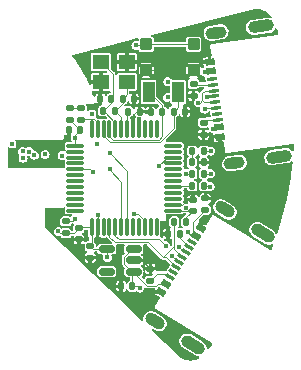
<source format=gbl>
G04 #@! TF.GenerationSoftware,KiCad,Pcbnew,(7.0.0-0)*
G04 #@! TF.CreationDate,2024-02-07T16:44:52+08:00*
G04 #@! TF.ProjectId,SWDProgrammer,53574450-726f-4677-9261-6d6d65722e6b,rev?*
G04 #@! TF.SameCoordinates,Original*
G04 #@! TF.FileFunction,Copper,L4,Bot*
G04 #@! TF.FilePolarity,Positive*
%FSLAX46Y46*%
G04 Gerber Fmt 4.6, Leading zero omitted, Abs format (unit mm)*
G04 Created by KiCad (PCBNEW (7.0.0-0)) date 2024-02-07 16:44:52*
%MOMM*%
%LPD*%
G01*
G04 APERTURE LIST*
G04 Aperture macros list*
%AMRoundRect*
0 Rectangle with rounded corners*
0 $1 Rounding radius*
0 $2 $3 $4 $5 $6 $7 $8 $9 X,Y pos of 4 corners*
0 Add a 4 corners polygon primitive as box body*
4,1,4,$2,$3,$4,$5,$6,$7,$8,$9,$2,$3,0*
0 Add four circle primitives for the rounded corners*
1,1,$1+$1,$2,$3*
1,1,$1+$1,$4,$5*
1,1,$1+$1,$6,$7*
1,1,$1+$1,$8,$9*
0 Add four rect primitives between the rounded corners*
20,1,$1+$1,$2,$3,$4,$5,0*
20,1,$1+$1,$4,$5,$6,$7,0*
20,1,$1+$1,$6,$7,$8,$9,0*
20,1,$1+$1,$8,$9,$2,$3,0*%
%AMHorizOval*
0 Thick line with rounded ends*
0 $1 width*
0 $2 $3 position (X,Y) of the first rounded end (center of the circle)*
0 $4 $5 position (X,Y) of the second rounded end (center of the circle)*
0 Add line between two ends*
20,1,$1,$2,$3,$4,$5,0*
0 Add two circle primitives to create the rounded ends*
1,1,$1,$2,$3*
1,1,$1,$4,$5*%
%AMRotRect*
0 Rectangle, with rotation*
0 The origin of the aperture is its center*
0 $1 length*
0 $2 width*
0 $3 Rotation angle, in degrees counterclockwise*
0 Add horizontal line*
21,1,$1,$2,0,0,$3*%
G04 Aperture macros list end*
G04 #@! TA.AperFunction,SMDPad,CuDef*
%ADD10RoundRect,0.140000X-0.170000X0.140000X-0.170000X-0.140000X0.170000X-0.140000X0.170000X0.140000X0*%
G04 #@! TD*
G04 #@! TA.AperFunction,SMDPad,CuDef*
%ADD11RoundRect,0.100000X-0.400000X-0.400000X0.400000X-0.400000X0.400000X0.400000X-0.400000X0.400000X0*%
G04 #@! TD*
G04 #@! TA.AperFunction,SMDPad,CuDef*
%ADD12RoundRect,0.140000X0.140000X0.170000X-0.140000X0.170000X-0.140000X-0.170000X0.140000X-0.170000X0*%
G04 #@! TD*
G04 #@! TA.AperFunction,SMDPad,CuDef*
%ADD13RoundRect,0.135000X0.185000X-0.135000X0.185000X0.135000X-0.185000X0.135000X-0.185000X-0.135000X0*%
G04 #@! TD*
G04 #@! TA.AperFunction,SMDPad,CuDef*
%ADD14R,1.000000X1.800000*%
G04 #@! TD*
G04 #@! TA.AperFunction,SMDPad,CuDef*
%ADD15RoundRect,0.135000X0.135000X0.185000X-0.135000X0.185000X-0.135000X-0.185000X0.135000X-0.185000X0*%
G04 #@! TD*
G04 #@! TA.AperFunction,SMDPad,CuDef*
%ADD16RoundRect,0.150000X0.512500X0.150000X-0.512500X0.150000X-0.512500X-0.150000X0.512500X-0.150000X0*%
G04 #@! TD*
G04 #@! TA.AperFunction,SMDPad,CuDef*
%ADD17RoundRect,0.135000X-0.185000X0.135000X-0.185000X-0.135000X0.185000X-0.135000X0.185000X0.135000X0*%
G04 #@! TD*
G04 #@! TA.AperFunction,SMDPad,CuDef*
%ADD18RoundRect,0.140000X0.170000X-0.140000X0.170000X0.140000X-0.170000X0.140000X-0.170000X-0.140000X0*%
G04 #@! TD*
G04 #@! TA.AperFunction,SMDPad,CuDef*
%ADD19RoundRect,0.147500X-0.172500X0.147500X-0.172500X-0.147500X0.172500X-0.147500X0.172500X0.147500X0*%
G04 #@! TD*
G04 #@! TA.AperFunction,SMDPad,CuDef*
%ADD20RoundRect,0.075000X-0.075000X0.662500X-0.075000X-0.662500X0.075000X-0.662500X0.075000X0.662500X0*%
G04 #@! TD*
G04 #@! TA.AperFunction,SMDPad,CuDef*
%ADD21RoundRect,0.075000X-0.662500X0.075000X-0.662500X-0.075000X0.662500X-0.075000X0.662500X0.075000X0*%
G04 #@! TD*
G04 #@! TA.AperFunction,SMDPad,CuDef*
%ADD22RoundRect,0.135000X-0.135000X-0.185000X0.135000X-0.185000X0.135000X0.185000X-0.135000X0.185000X0*%
G04 #@! TD*
G04 #@! TA.AperFunction,SMDPad,CuDef*
%ADD23RoundRect,0.140000X-0.140000X-0.170000X0.140000X-0.170000X0.140000X0.170000X-0.140000X0.170000X0*%
G04 #@! TD*
G04 #@! TA.AperFunction,SMDPad,CuDef*
%ADD24RotRect,0.540000X0.800000X58.000000*%
G04 #@! TD*
G04 #@! TA.AperFunction,SMDPad,CuDef*
%ADD25RotRect,0.300000X0.800000X58.000000*%
G04 #@! TD*
G04 #@! TA.AperFunction,ComponentPad*
%ADD26HorizOval,1.000000X-0.508829X0.317952X0.508829X-0.317952X0*%
G04 #@! TD*
G04 #@! TA.AperFunction,ComponentPad*
%ADD27HorizOval,1.000000X-0.339219X0.211968X0.339219X-0.211968X0*%
G04 #@! TD*
G04 #@! TA.AperFunction,SMDPad,CuDef*
%ADD28R,1.400000X1.200000*%
G04 #@! TD*
G04 #@! TA.AperFunction,SMDPad,CuDef*
%ADD29RoundRect,0.147500X-0.147500X-0.172500X0.147500X-0.172500X0.147500X0.172500X-0.147500X0.172500X0*%
G04 #@! TD*
G04 #@! TA.AperFunction,SMDPad,CuDef*
%ADD30RotRect,0.540000X0.800000X98.000000*%
G04 #@! TD*
G04 #@! TA.AperFunction,SMDPad,CuDef*
%ADD31RotRect,0.300000X0.800000X98.000000*%
G04 #@! TD*
G04 #@! TA.AperFunction,ComponentPad*
%ADD32HorizOval,1.000000X0.594161X0.083504X-0.594161X-0.083504X0*%
G04 #@! TD*
G04 #@! TA.AperFunction,ComponentPad*
%ADD33HorizOval,1.000000X0.396107X0.055669X-0.396107X-0.055669X0*%
G04 #@! TD*
G04 #@! TA.AperFunction,ViaPad*
%ADD34C,0.450000*%
G04 #@! TD*
G04 #@! TA.AperFunction,Conductor*
%ADD35C,0.100000*%
G04 #@! TD*
G04 APERTURE END LIST*
D10*
X149350000Y-65600000D03*
X149350000Y-66560000D03*
D11*
X144350000Y-54750000D03*
X148350000Y-54750000D03*
X144350000Y-52550000D03*
X148350000Y-52550000D03*
D12*
X147630000Y-58250000D03*
X146670000Y-58250000D03*
D13*
X137550000Y-68550001D03*
X137550000Y-67530001D03*
D14*
X147049999Y-56599999D03*
X144549999Y-56599999D03*
D15*
X147744721Y-67588413D03*
X146724721Y-67588413D03*
D16*
X143287500Y-69900000D03*
X143287500Y-70850000D03*
X143287500Y-71800000D03*
X141012500Y-71800000D03*
X141012500Y-69900000D03*
D17*
X144700000Y-71550000D03*
X144700000Y-72570000D03*
D12*
X143299763Y-57160534D03*
X142339763Y-57160534D03*
D18*
X138650000Y-69080000D03*
X138650000Y-68120000D03*
D12*
X143780000Y-58250000D03*
X142820000Y-58250000D03*
D19*
X137875000Y-57990000D03*
X137875000Y-58960000D03*
D18*
X139600000Y-70610000D03*
X139600000Y-69650000D03*
D12*
X145674714Y-58268919D03*
X144714714Y-58268919D03*
D20*
X139737500Y-59737500D03*
X140237500Y-59737500D03*
X140737500Y-59737500D03*
X141237500Y-59737500D03*
X141737500Y-59737500D03*
X142237500Y-59737500D03*
X142737500Y-59737500D03*
X143237500Y-59737500D03*
X143737500Y-59737500D03*
X144237500Y-59737500D03*
X144737500Y-59737500D03*
X145237500Y-59737500D03*
D21*
X146650000Y-61150000D03*
X146650000Y-61650000D03*
X146650000Y-62150000D03*
X146650000Y-62650000D03*
X146650000Y-63150000D03*
X146650000Y-63650000D03*
X146650000Y-64150000D03*
X146650000Y-64650000D03*
X146650000Y-65150000D03*
X146650000Y-65650000D03*
X146650000Y-66150000D03*
X146650000Y-66650000D03*
D20*
X145237500Y-68062500D03*
X144737500Y-68062500D03*
X144237500Y-68062500D03*
X143737500Y-68062500D03*
X143237500Y-68062500D03*
X142737500Y-68062500D03*
X142237500Y-68062500D03*
X141737500Y-68062500D03*
X141237500Y-68062500D03*
X140737500Y-68062500D03*
X140237500Y-68062500D03*
X139737500Y-68062500D03*
D21*
X138325000Y-66650000D03*
X138325000Y-66150000D03*
X138325000Y-65650000D03*
X138325000Y-65150000D03*
X138325000Y-64650000D03*
X138325000Y-64150000D03*
X138325000Y-63650000D03*
X138325000Y-63150000D03*
X138325000Y-62650000D03*
X138325000Y-62150000D03*
X138325000Y-61650000D03*
X138325000Y-61150000D03*
D22*
X148199999Y-62550000D03*
X149219999Y-62550000D03*
D23*
X137795000Y-59825000D03*
X138755000Y-59825000D03*
D24*
X145589689Y-73510425D03*
X148981172Y-68082918D03*
X146013624Y-72831987D03*
X148557236Y-68761356D03*
D25*
X147947829Y-69736611D03*
X147417910Y-70584660D03*
X147152950Y-71008684D03*
X146623031Y-71856732D03*
X146358071Y-72280756D03*
X146887991Y-71432708D03*
X147682870Y-70160635D03*
X148217028Y-69305803D03*
D26*
X148316797Y-78015415D03*
X154225715Y-68559170D03*
D27*
X151003291Y-66545222D03*
X145094215Y-76001721D03*
D10*
X148300000Y-65700000D03*
X148300000Y-66660000D03*
D28*
X140499999Y-54049999D03*
X142699999Y-54049999D03*
X142699999Y-55749999D03*
X140499999Y-55749999D03*
D23*
X142220000Y-73050000D03*
X143180000Y-73050000D03*
D29*
X148250000Y-61600000D03*
X149220000Y-61600000D03*
D23*
X140440000Y-57150000D03*
X141400000Y-57150000D03*
D17*
X138850000Y-57965000D03*
X138850000Y-58985000D03*
D13*
X148350000Y-56919999D03*
X148350000Y-55899999D03*
D30*
X150596342Y-60382177D03*
X149705634Y-54044462D03*
X150485003Y-59589963D03*
X149816972Y-54836676D03*
D31*
X149977021Y-55975484D03*
X150116194Y-56965753D03*
X150185781Y-57460887D03*
X150324954Y-58451155D03*
X150394541Y-58946289D03*
X150255367Y-57956021D03*
X150046608Y-56470619D03*
X149906321Y-55472428D03*
D32*
X155581179Y-62080248D03*
X154029316Y-51038164D03*
D33*
X150266255Y-51566725D03*
X151818161Y-62609105D03*
D15*
X149260000Y-64550000D03*
X148240000Y-64550000D03*
X149260000Y-63500000D03*
X148240000Y-63500000D03*
D22*
X146175532Y-68598922D03*
X147195532Y-68598922D03*
D15*
X141710000Y-58200000D03*
X140690000Y-58200000D03*
D13*
X149200000Y-60210000D03*
X149200000Y-59190000D03*
D34*
X143233206Y-58795658D03*
X145250000Y-71450000D03*
X146075000Y-67900000D03*
X140250000Y-67000000D03*
X145250000Y-54500000D03*
X137950000Y-69250000D03*
X136625000Y-61874500D03*
X147900000Y-65275000D03*
X137700000Y-60550000D03*
X138325000Y-60500000D03*
X141050000Y-70600000D03*
X143771839Y-58904409D03*
X147750000Y-66450000D03*
X149800000Y-61600000D03*
X136900000Y-68400000D03*
X142820000Y-58250000D03*
X138300000Y-67350000D03*
X147850000Y-68450000D03*
X143800000Y-73200000D03*
X146150000Y-57050000D03*
X140200000Y-61000000D03*
X146000000Y-69600000D03*
X146550000Y-70450000D03*
X147100000Y-69700000D03*
X149750000Y-64600000D03*
X149800000Y-63500000D03*
X150000000Y-59700000D03*
X134884560Y-61947724D03*
X149300000Y-54900000D03*
X146175000Y-55725000D03*
X147750000Y-63500000D03*
X139850000Y-63400000D03*
X141250000Y-61800000D03*
X141250000Y-63100000D03*
X137220000Y-61975500D03*
X149500000Y-57050000D03*
X149300000Y-58050000D03*
X148750000Y-57500000D03*
X133919458Y-62190775D03*
X132975000Y-61000000D03*
X139750000Y-58449500D03*
X134429034Y-61640397D03*
X145450000Y-62850000D03*
X133880236Y-61612597D03*
X143300000Y-66900000D03*
X135785499Y-61885780D03*
X143475000Y-52650000D03*
D35*
X146055283Y-70600000D02*
X146887992Y-71432709D01*
X145760000Y-70600000D02*
X146055283Y-70600000D01*
X146000000Y-69600000D02*
X145450000Y-69050000D01*
X145450000Y-69050000D02*
X142025000Y-69050000D01*
X142025000Y-69050000D02*
X141737500Y-68762500D01*
X141737500Y-68762500D02*
X141737500Y-68062500D01*
X137795000Y-59825000D02*
X137795000Y-60455000D01*
X143233206Y-58795658D02*
X143233206Y-58516794D01*
X148300000Y-65675000D02*
X147900000Y-65275000D01*
X140237500Y-67012500D02*
X140250000Y-67000000D01*
X146650000Y-66150000D02*
X147400000Y-66150000D01*
X138120000Y-69080000D02*
X137950000Y-69250000D01*
X144000000Y-70850000D02*
X144700000Y-71550000D01*
X143500000Y-58250000D02*
X143780000Y-58250000D01*
X138650000Y-69080000D02*
X138120000Y-69080000D01*
X144700000Y-71550000D02*
X145150000Y-71550000D01*
X145000000Y-54750000D02*
X145250000Y-54500000D01*
X140237500Y-68062500D02*
X140237500Y-67012500D01*
X144350000Y-54750000D02*
X145000000Y-54750000D01*
X143237500Y-58799952D02*
X143233206Y-58795658D01*
X146175532Y-68000532D02*
X146175532Y-68598922D01*
X137225000Y-61250000D02*
X136875000Y-61250000D01*
X143233206Y-58516794D02*
X143500000Y-58250000D01*
X146075000Y-67900000D02*
X146175532Y-68000532D01*
X137625000Y-61650000D02*
X137225000Y-61250000D01*
X143287500Y-70850000D02*
X144000000Y-70850000D01*
X148300000Y-65700000D02*
X148300000Y-65675000D01*
X138325000Y-61650000D02*
X137625000Y-61650000D01*
X147400000Y-66150000D02*
X147850000Y-65700000D01*
X145150000Y-71550000D02*
X145250000Y-71450000D01*
X143237500Y-59737500D02*
X143237500Y-58799952D01*
X147850000Y-65700000D02*
X148300000Y-65700000D01*
X137795000Y-60455000D02*
X137700000Y-60550000D01*
X141710000Y-58200000D02*
X142237500Y-58727500D01*
X142237500Y-58727500D02*
X142237500Y-59737500D01*
X142339763Y-57160534D02*
X142700000Y-56800297D01*
X142700000Y-56800297D02*
X142700000Y-55750000D01*
X141710000Y-58200000D02*
X142339763Y-57570237D01*
X142339763Y-57570237D02*
X142339763Y-57160534D01*
X141400000Y-57490000D02*
X141400000Y-57150000D01*
X141737500Y-59181802D02*
X140755698Y-58200000D01*
X141525000Y-55075000D02*
X140500000Y-54050000D01*
X141737500Y-59737500D02*
X141737500Y-59181802D01*
X140690000Y-58200000D02*
X141400000Y-57490000D01*
X140755698Y-58200000D02*
X140690000Y-58200000D01*
X141525000Y-57025000D02*
X141525000Y-55075000D01*
X141400000Y-57150000D02*
X141525000Y-57025000D01*
X138732500Y-59825000D02*
X138755000Y-59825000D01*
X137875000Y-58967500D02*
X138732500Y-59825000D01*
X138650000Y-68120000D02*
X138707500Y-68062500D01*
X138325000Y-61150000D02*
X138325000Y-60500000D01*
X138325000Y-60500000D02*
X138325000Y-60255000D01*
X137875000Y-58960000D02*
X137875000Y-58967500D01*
X137050001Y-68550001D02*
X136900000Y-68400000D01*
X147960000Y-66660000D02*
X147750000Y-66450000D01*
X137550000Y-68550001D02*
X137050001Y-68550001D01*
X149220000Y-61600000D02*
X149800000Y-61600000D01*
X146660000Y-66660000D02*
X146650000Y-66650000D01*
X141012500Y-69900000D02*
X141012500Y-70562500D01*
X148300000Y-66660000D02*
X147960000Y-66660000D01*
X139600000Y-69650000D02*
X139850000Y-69900000D01*
X138707500Y-68062500D02*
X139737500Y-68062500D01*
X143737500Y-59737500D02*
X143737500Y-58938748D01*
X139850000Y-69900000D02*
X141012500Y-69900000D01*
X137550000Y-68550001D02*
X138219999Y-68550001D01*
X147744721Y-67215279D02*
X148300000Y-66660000D01*
X139737500Y-69512500D02*
X139737500Y-68062500D01*
X141012500Y-70562500D02*
X141050000Y-70600000D01*
X138219999Y-68550001D02*
X138650000Y-68120000D01*
X138325000Y-60255000D02*
X138755000Y-59825000D01*
X148300000Y-66660000D02*
X146660000Y-66660000D01*
X139600000Y-69650000D02*
X139737500Y-69512500D01*
X147744721Y-67588413D02*
X147744721Y-67215279D01*
X143737500Y-58938748D02*
X143771839Y-58904409D01*
X137550000Y-67530001D02*
X138119999Y-67530001D01*
X142737500Y-58332500D02*
X142737500Y-59737500D01*
X138119999Y-67530001D02*
X138300000Y-67350000D01*
X142820000Y-58250000D02*
X142737500Y-58332500D01*
X143180000Y-73050000D02*
X143650000Y-73050000D01*
X148266954Y-67643046D02*
X149350000Y-66560000D01*
X143150736Y-71800000D02*
X142475000Y-71124264D01*
X148266954Y-68471074D02*
X148266954Y-67643046D01*
X143150736Y-69900000D02*
X143287500Y-69900000D01*
X148557237Y-68761357D02*
X148266954Y-68471074D01*
X148161357Y-68761357D02*
X147850000Y-68450000D01*
X145190095Y-72990095D02*
X145348202Y-72831988D01*
X144397044Y-72990095D02*
X145190095Y-72990095D01*
X143650000Y-73050000D02*
X143800000Y-73200000D01*
X142475000Y-71124264D02*
X142475000Y-70575736D01*
X148557237Y-68761357D02*
X148161357Y-68761357D01*
X143180000Y-73050000D02*
X143180000Y-71907500D01*
X143287500Y-71800000D02*
X143150736Y-71800000D01*
X143287500Y-71880551D02*
X144397044Y-72990095D01*
X145348202Y-72831988D02*
X146013625Y-72831988D01*
X142475000Y-70575736D02*
X143150736Y-69900000D01*
X143180000Y-71907500D02*
X143287500Y-71800000D01*
X143287500Y-71800000D02*
X143287500Y-71880551D01*
X148250000Y-61600000D02*
X148250000Y-62499999D01*
X148250000Y-62499999D02*
X148199999Y-62550000D01*
X147195532Y-68598922D02*
X147195532Y-68984314D01*
X147195532Y-68984314D02*
X147947830Y-69736612D01*
X146724721Y-69891471D02*
X147417911Y-70584661D01*
X146724721Y-67588413D02*
X146724721Y-69891471D01*
X141700000Y-69300000D02*
X141237500Y-68837500D01*
X145760000Y-70600000D02*
X146724721Y-69635279D01*
X141237500Y-68837500D02*
X141237500Y-68062500D01*
X144460000Y-69300000D02*
X141700000Y-69300000D01*
X145760000Y-70600000D02*
X144460000Y-69300000D01*
X147560636Y-70160636D02*
X147100000Y-69700000D01*
X147682871Y-70160636D02*
X147560636Y-70160636D01*
X147152951Y-71008685D02*
X147108685Y-71008685D01*
X147108685Y-71008685D02*
X146550000Y-70450000D01*
X146067790Y-71990475D02*
X146358072Y-72280757D01*
X144700000Y-72570000D02*
X145279525Y-71990475D01*
X145279525Y-71990475D02*
X146067790Y-71990475D01*
X149260000Y-64550000D02*
X149700000Y-64550000D01*
X149700000Y-64550000D02*
X149750000Y-64600000D01*
X149260000Y-63500000D02*
X149800000Y-63500000D01*
X150485004Y-59589964D02*
X150110036Y-59589964D01*
X149363323Y-54836677D02*
X149300000Y-54900000D01*
X149816973Y-54836677D02*
X149363323Y-54836677D01*
X150110036Y-59589964D02*
X150000000Y-59700000D01*
X148350000Y-55899999D02*
X148425486Y-55975485D01*
X148425486Y-55975485D02*
X149977022Y-55975485D01*
X146670000Y-59643540D02*
X145488541Y-60825000D01*
X145488541Y-60825000D02*
X141269302Y-60825000D01*
X141269302Y-60825000D02*
X140737500Y-60293198D01*
X146670000Y-58250000D02*
X146670000Y-59643540D01*
X147050000Y-56600000D02*
X147050000Y-57870000D01*
X140737500Y-60293198D02*
X140737500Y-59737500D01*
X147050000Y-57870000D02*
X146670000Y-58250000D01*
X145674714Y-57724714D02*
X145674714Y-58268919D01*
X141237500Y-60293198D02*
X141237500Y-59737500D01*
X145674714Y-58268919D02*
X145674714Y-60355984D01*
X141569302Y-60625000D02*
X141237500Y-60293198D01*
X145405698Y-60625000D02*
X141569302Y-60625000D01*
X144550000Y-56600000D02*
X145674714Y-57724714D01*
X145674714Y-60355984D02*
X145405698Y-60625000D01*
X138850000Y-57965000D02*
X137900000Y-57965000D01*
X137900000Y-57965000D02*
X137875000Y-57990000D01*
X138325000Y-63150000D02*
X139600000Y-63150000D01*
X148240000Y-63500000D02*
X147750000Y-63500000D01*
X139600000Y-63150000D02*
X139850000Y-63400000D01*
X146750000Y-64550000D02*
X146650000Y-64650000D01*
X148240000Y-64550000D02*
X146750000Y-64550000D01*
X138850000Y-58985000D02*
X138985000Y-58850000D01*
X140237500Y-59181802D02*
X140237500Y-59737500D01*
X139905698Y-58850000D02*
X140237500Y-59181802D01*
X138985000Y-58850000D02*
X139905698Y-58850000D01*
X142737500Y-63287500D02*
X141250000Y-61800000D01*
X142737500Y-68062500D02*
X142737500Y-63287500D01*
X141250000Y-63200000D02*
X141250000Y-63100000D01*
X142237500Y-64187500D02*
X142237500Y-68062500D01*
X142237500Y-64187500D02*
X141250000Y-63200000D01*
X150116195Y-56965754D02*
X149584246Y-56965754D01*
X149584246Y-56965754D02*
X149500000Y-57050000D01*
X149393978Y-57956022D02*
X149300000Y-58050000D01*
X150255368Y-57956022D02*
X149393978Y-57956022D01*
X149100000Y-56700000D02*
X149329380Y-56470620D01*
X148900000Y-57500000D02*
X148750000Y-57500000D01*
X149100000Y-57300000D02*
X149100000Y-56700000D01*
X149260888Y-57460888D02*
X149100000Y-57300000D01*
X150185782Y-57460888D02*
X149260888Y-57460888D01*
X149329380Y-56470620D02*
X150046609Y-56470620D01*
X149100000Y-57300000D02*
X148900000Y-57500000D01*
X149200000Y-59190000D02*
X149443710Y-58946290D01*
X149443710Y-58946290D02*
X150394542Y-58946290D01*
X146650000Y-62150000D02*
X146094302Y-62150000D01*
X145450000Y-62794302D02*
X145450000Y-62850000D01*
X146094302Y-62150000D02*
X145450000Y-62794302D01*
X144237500Y-67506802D02*
X143630698Y-66900000D01*
X144237500Y-68062500D02*
X144237500Y-67506802D01*
X143630698Y-66900000D02*
X143300000Y-66900000D01*
X143475000Y-52650000D02*
X144250000Y-52650000D01*
X144350000Y-52550000D02*
X148350000Y-52550000D01*
X144250000Y-52650000D02*
X144350000Y-52550000D01*
G04 #@! TA.AperFunction,Conductor*
G36*
X137446862Y-66330596D02*
G01*
X137480070Y-66357866D01*
X137480727Y-66358848D01*
X137480769Y-66358911D01*
X137493224Y-66400014D01*
X137480753Y-66441112D01*
X137454132Y-66480952D01*
X137454129Y-66480957D01*
X137450083Y-66487014D01*
X137448661Y-66494160D01*
X137448660Y-66494164D01*
X137437710Y-66549217D01*
X137437000Y-66552789D01*
X137437000Y-66556427D01*
X137437000Y-66556428D01*
X137437000Y-66743568D01*
X137437000Y-66743577D01*
X137437001Y-66747210D01*
X137437710Y-66750776D01*
X137437711Y-66750783D01*
X137447954Y-66802285D01*
X137450083Y-66812986D01*
X137499923Y-66887577D01*
X137505983Y-66891626D01*
X137568452Y-66933367D01*
X137568453Y-66933367D01*
X137574514Y-66937417D01*
X137640289Y-66950500D01*
X137989812Y-66950499D01*
X138030922Y-66962970D01*
X138058177Y-66996180D01*
X138062388Y-67038935D01*
X138042136Y-67076824D01*
X137996546Y-67122414D01*
X137996540Y-67122421D01*
X137992427Y-67126535D01*
X137989783Y-67131722D01*
X137989750Y-67131769D01*
X137960616Y-67155589D01*
X137923534Y-67162000D01*
X137899940Y-67153574D01*
X137899141Y-67155385D01*
X137806586Y-67114517D01*
X137806582Y-67114516D01*
X137801498Y-67112271D01*
X137795977Y-67111630D01*
X137795972Y-67111629D01*
X137779751Y-67109747D01*
X137779735Y-67109746D01*
X137777623Y-67109501D01*
X137775479Y-67109501D01*
X137324523Y-67109501D01*
X137324505Y-67109501D01*
X137322378Y-67109502D01*
X137320252Y-67109748D01*
X137320244Y-67109749D01*
X137304033Y-67111629D01*
X137304029Y-67111629D01*
X137298502Y-67112271D01*
X137293413Y-67114517D01*
X137293409Y-67114519D01*
X137207131Y-67152615D01*
X137207128Y-67152616D01*
X137200859Y-67155385D01*
X137196013Y-67160230D01*
X137196010Y-67160233D01*
X137130232Y-67226011D01*
X137130229Y-67226014D01*
X137125384Y-67230860D01*
X137122615Y-67237129D01*
X137122614Y-67237132D01*
X137084516Y-67323414D01*
X137084514Y-67323420D01*
X137082270Y-67328503D01*
X137081629Y-67334021D01*
X137081628Y-67334028D01*
X137079746Y-67350249D01*
X137079745Y-67350266D01*
X137079500Y-67352378D01*
X137079500Y-67354520D01*
X137079500Y-67354521D01*
X137079500Y-67705477D01*
X137079500Y-67705494D01*
X137079501Y-67707623D01*
X137079747Y-67709749D01*
X137079748Y-67709756D01*
X137081413Y-67724117D01*
X137082270Y-67731499D01*
X137084517Y-67736588D01*
X137084518Y-67736591D01*
X137119597Y-67816036D01*
X137125384Y-67829142D01*
X137200859Y-67904617D01*
X137286392Y-67942384D01*
X137293408Y-67945482D01*
X137298502Y-67947731D01*
X137322377Y-67950501D01*
X137777622Y-67950500D01*
X137801498Y-67947731D01*
X137899141Y-67904617D01*
X137974616Y-67829142D01*
X137998694Y-67774610D01*
X138025990Y-67742501D01*
X138066389Y-67730501D01*
X138075114Y-67730501D01*
X138083401Y-67730966D01*
X138089100Y-67731608D01*
X138096973Y-67734363D01*
X138127127Y-67730965D01*
X138135411Y-67730501D01*
X138138428Y-67730501D01*
X138142589Y-67730501D01*
X138146644Y-67729575D01*
X138150772Y-67729110D01*
X138150950Y-67730697D01*
X138183764Y-67732378D01*
X138217014Y-67755328D01*
X138233254Y-67792321D01*
X138227644Y-67832331D01*
X138194564Y-67907249D01*
X138194562Y-67907254D01*
X138192318Y-67912338D01*
X138191677Y-67917856D01*
X138191676Y-67917863D01*
X138189746Y-67934498D01*
X138189745Y-67934515D01*
X138189500Y-67936627D01*
X138189500Y-67938770D01*
X138189500Y-68266298D01*
X138183867Y-68294617D01*
X138167826Y-68318624D01*
X138158623Y-68327827D01*
X138134616Y-68343868D01*
X138106297Y-68349501D01*
X138066389Y-68349501D01*
X138025990Y-68337501D01*
X137998694Y-68305391D01*
X137993937Y-68294617D01*
X137974616Y-68250860D01*
X137899141Y-68175385D01*
X137891373Y-68171955D01*
X137806586Y-68134517D01*
X137806582Y-68134516D01*
X137801498Y-68132271D01*
X137795977Y-68131630D01*
X137795972Y-68131629D01*
X137779751Y-68129747D01*
X137779735Y-68129746D01*
X137777623Y-68129501D01*
X137775479Y-68129501D01*
X137324523Y-68129501D01*
X137324505Y-68129501D01*
X137322378Y-68129502D01*
X137320252Y-68129748D01*
X137320244Y-68129749D01*
X137304033Y-68131629D01*
X137304029Y-68131629D01*
X137298502Y-68132271D01*
X137293413Y-68134517D01*
X137293409Y-68134519D01*
X137251090Y-68153205D01*
X137207602Y-68158250D01*
X137168874Y-68137836D01*
X137127584Y-68096546D01*
X137127584Y-68096545D01*
X137123465Y-68092427D01*
X137017482Y-68038426D01*
X137011728Y-68037514D01*
X137011726Y-68037514D01*
X136905752Y-68020730D01*
X136900000Y-68019819D01*
X136894248Y-68020730D01*
X136788273Y-68037514D01*
X136788269Y-68037515D01*
X136782518Y-68038426D01*
X136777326Y-68041071D01*
X136777324Y-68041072D01*
X136681727Y-68089781D01*
X136681724Y-68089782D01*
X136676535Y-68092427D01*
X136672418Y-68096543D01*
X136672415Y-68096546D01*
X136596546Y-68172415D01*
X136596543Y-68172418D01*
X136592427Y-68176535D01*
X136589782Y-68181724D01*
X136589781Y-68181727D01*
X136543319Y-68272914D01*
X136538426Y-68282518D01*
X136537515Y-68288269D01*
X136537514Y-68288273D01*
X136528709Y-68343868D01*
X136519819Y-68400000D01*
X136520730Y-68405752D01*
X136536699Y-68506582D01*
X136538426Y-68517482D01*
X136592427Y-68623465D01*
X136676535Y-68707573D01*
X136782518Y-68761574D01*
X136900000Y-68780181D01*
X137017482Y-68761574D01*
X137017692Y-68761466D01*
X137049885Y-68759231D01*
X137082640Y-68773874D01*
X137104657Y-68802203D01*
X137122612Y-68842866D01*
X137122614Y-68842869D01*
X137125384Y-68849142D01*
X137200859Y-68924617D01*
X137274706Y-68957224D01*
X137293408Y-68965482D01*
X137298502Y-68967731D01*
X137322377Y-68970501D01*
X137777622Y-68970500D01*
X137801498Y-68967731D01*
X137899141Y-68924617D01*
X137974616Y-68849142D01*
X137998694Y-68794610D01*
X138025990Y-68762501D01*
X138066389Y-68750501D01*
X138133093Y-68750501D01*
X138178592Y-68766141D01*
X138204858Y-68806451D01*
X138200788Y-68854391D01*
X138195061Y-68867359D01*
X138192171Y-68877983D01*
X138190246Y-68894573D01*
X138190000Y-68898845D01*
X138190000Y-68920257D01*
X138192059Y-68927940D01*
X138199743Y-68930000D01*
X139100257Y-68930000D01*
X139107940Y-68927940D01*
X139110000Y-68920257D01*
X139110000Y-68898845D01*
X139109753Y-68894573D01*
X139107828Y-68877983D01*
X139104939Y-68867362D01*
X139066161Y-68779541D01*
X139058545Y-68768424D01*
X138991575Y-68701454D01*
X138980458Y-68693838D01*
X138921868Y-68667968D01*
X138889759Y-68640671D01*
X138877759Y-68600273D01*
X138889760Y-68559874D01*
X138921869Y-68532578D01*
X138987016Y-68503813D01*
X139063813Y-68427016D01*
X139107682Y-68327662D01*
X139108323Y-68322134D01*
X139109565Y-68317572D01*
X139136034Y-68278205D01*
X139180969Y-68263000D01*
X139363001Y-68263000D01*
X139400001Y-68272914D01*
X139427087Y-68300000D01*
X139437001Y-68337000D01*
X139437001Y-68747210D01*
X139437710Y-68750776D01*
X139437711Y-68750783D01*
X139445592Y-68790407D01*
X139450083Y-68812986D01*
X139482905Y-68862107D01*
X139495292Y-68880647D01*
X139499923Y-68887577D01*
X139505983Y-68891626D01*
X139511137Y-68896780D01*
X139510496Y-68897420D01*
X139528262Y-68917022D01*
X139537000Y-68951905D01*
X139537000Y-69145501D01*
X139527086Y-69182501D01*
X139500000Y-69209587D01*
X139463000Y-69219501D01*
X139386628Y-69219501D01*
X139384502Y-69219747D01*
X139384494Y-69219748D01*
X139367868Y-69221676D01*
X139367863Y-69221677D01*
X139362338Y-69222318D01*
X139357249Y-69224564D01*
X139357245Y-69224566D01*
X139269256Y-69263417D01*
X139269253Y-69263418D01*
X139262984Y-69266187D01*
X139258138Y-69271032D01*
X139258135Y-69271035D01*
X139236326Y-69292845D01*
X139198437Y-69313097D01*
X139155681Y-69308886D01*
X139122471Y-69281631D01*
X139112611Y-69249127D01*
X139112521Y-69249152D01*
X139111781Y-69246390D01*
X139110000Y-69240519D01*
X139110000Y-69239743D01*
X139107940Y-69232059D01*
X139100257Y-69230000D01*
X138809743Y-69230000D01*
X138802059Y-69232059D01*
X138800000Y-69239743D01*
X138800000Y-69500257D01*
X138802059Y-69507940D01*
X138809743Y-69510000D01*
X138861155Y-69510000D01*
X138865426Y-69509753D01*
X138882016Y-69507828D01*
X138892637Y-69504939D01*
X138980458Y-69466161D01*
X138991574Y-69458546D01*
X139013173Y-69436947D01*
X139051062Y-69416694D01*
X139093818Y-69420905D01*
X139127028Y-69448159D01*
X139139500Y-69489272D01*
X139139500Y-69831226D01*
X139139500Y-69831243D01*
X139139501Y-69833372D01*
X139139747Y-69835498D01*
X139139748Y-69835505D01*
X139141676Y-69852131D01*
X139141676Y-69852134D01*
X139142318Y-69857662D01*
X139144565Y-69862752D01*
X139144566Y-69862754D01*
X139183417Y-69950743D01*
X139186187Y-69957016D01*
X139262984Y-70033813D01*
X139298199Y-70049362D01*
X139328130Y-70062578D01*
X139360239Y-70089874D01*
X139372240Y-70130273D01*
X139360240Y-70170671D01*
X139328131Y-70197967D01*
X139269545Y-70223835D01*
X139258424Y-70231454D01*
X139191454Y-70298424D01*
X139183838Y-70309541D01*
X139145060Y-70397362D01*
X139142171Y-70407983D01*
X139140246Y-70424573D01*
X139140000Y-70428845D01*
X139140000Y-70450257D01*
X139142059Y-70457940D01*
X139149743Y-70460000D01*
X140050257Y-70460000D01*
X140057940Y-70457940D01*
X140060000Y-70450257D01*
X140060000Y-70428845D01*
X140059753Y-70424573D01*
X140057828Y-70407983D01*
X140054939Y-70397362D01*
X140016161Y-70309541D01*
X140008545Y-70298424D01*
X139936947Y-70226826D01*
X139916695Y-70188937D01*
X139920906Y-70146181D01*
X139948161Y-70112971D01*
X139989273Y-70100500D01*
X140145590Y-70100500D01*
X140185989Y-70112500D01*
X140213285Y-70144610D01*
X140245024Y-70216492D01*
X140247794Y-70222765D01*
X140327235Y-70302206D01*
X140430009Y-70347585D01*
X140455135Y-70350500D01*
X140634937Y-70350499D01*
X140681505Y-70366990D01*
X140707319Y-70409112D01*
X140700870Y-70458093D01*
X140688426Y-70482518D01*
X140687515Y-70488269D01*
X140687514Y-70488273D01*
X140677240Y-70553146D01*
X140669819Y-70600000D01*
X140670730Y-70605752D01*
X140687246Y-70710035D01*
X140688426Y-70717482D01*
X140742427Y-70823465D01*
X140826535Y-70907573D01*
X140932518Y-70961574D01*
X141050000Y-70980181D01*
X141167482Y-70961574D01*
X141273465Y-70907573D01*
X141357573Y-70823465D01*
X141411574Y-70717482D01*
X141430181Y-70600000D01*
X141411574Y-70482518D01*
X141399128Y-70458092D01*
X141392680Y-70409114D01*
X141418493Y-70366990D01*
X141465063Y-70350499D01*
X141567719Y-70350499D01*
X141569864Y-70350499D01*
X141594991Y-70347585D01*
X141697765Y-70302206D01*
X141777206Y-70222765D01*
X141822585Y-70119991D01*
X141825500Y-70094865D01*
X141825499Y-69705136D01*
X141822585Y-69680009D01*
X141789195Y-69604389D01*
X141785126Y-69556450D01*
X141811392Y-69516140D01*
X141856891Y-69500500D01*
X142443109Y-69500500D01*
X142488608Y-69516140D01*
X142514874Y-69556450D01*
X142510804Y-69604390D01*
X142479661Y-69674920D01*
X142479659Y-69674925D01*
X142477415Y-69680009D01*
X142476774Y-69685527D01*
X142476773Y-69685534D01*
X142474746Y-69703006D01*
X142474745Y-69703023D01*
X142474500Y-69705135D01*
X142474500Y-69707277D01*
X142474500Y-69707278D01*
X142474500Y-70092718D01*
X142474500Y-70092735D01*
X142474501Y-70094864D01*
X142474747Y-70096990D01*
X142474748Y-70096997D01*
X142476773Y-70114460D01*
X142476773Y-70114463D01*
X142477415Y-70119991D01*
X142479662Y-70125079D01*
X142479663Y-70125083D01*
X142508943Y-70191396D01*
X142513988Y-70234884D01*
X142493574Y-70273612D01*
X142364971Y-70402214D01*
X142358786Y-70407742D01*
X142354285Y-70411330D01*
X142346776Y-70414948D01*
X142341579Y-70421465D01*
X142327852Y-70438677D01*
X142322329Y-70444857D01*
X142320187Y-70446998D01*
X142320180Y-70447006D01*
X142317252Y-70449935D01*
X142315047Y-70453442D01*
X142315040Y-70453452D01*
X142313429Y-70456016D01*
X142308638Y-70462768D01*
X142294906Y-70479988D01*
X142294904Y-70479990D01*
X142289710Y-70486505D01*
X142287856Y-70494625D01*
X142286412Y-70497624D01*
X142285315Y-70500759D01*
X142280884Y-70507812D01*
X142279951Y-70516090D01*
X142279950Y-70516094D01*
X142277486Y-70537968D01*
X142276098Y-70546139D01*
X142275423Y-70549094D01*
X142275421Y-70549107D01*
X142274500Y-70553146D01*
X142274500Y-70557298D01*
X142274500Y-70560324D01*
X142274035Y-70568608D01*
X142271571Y-70590474D01*
X142271571Y-70590476D01*
X142270638Y-70598762D01*
X142273392Y-70606633D01*
X142274035Y-70612334D01*
X142274500Y-70620621D01*
X142274500Y-71079379D01*
X142274035Y-71087666D01*
X142273392Y-71093366D01*
X142270638Y-71101238D01*
X142271571Y-71109522D01*
X142271571Y-71109525D01*
X142274035Y-71131392D01*
X142274500Y-71139676D01*
X142274500Y-71146854D01*
X142275425Y-71150906D01*
X142276097Y-71153852D01*
X142277485Y-71162024D01*
X142279950Y-71183904D01*
X142279950Y-71183906D01*
X142280884Y-71192188D01*
X142285318Y-71199245D01*
X142286415Y-71202379D01*
X142287855Y-71205369D01*
X142289710Y-71213495D01*
X142294906Y-71220011D01*
X142294907Y-71220012D01*
X142308634Y-71237225D01*
X142313432Y-71243987D01*
X142317252Y-71250065D01*
X142320191Y-71253004D01*
X142322324Y-71255137D01*
X142327853Y-71261324D01*
X142346776Y-71285052D01*
X142354288Y-71288669D01*
X142358783Y-71292254D01*
X142364971Y-71297784D01*
X142493574Y-71426387D01*
X142513988Y-71465115D01*
X142508943Y-71508602D01*
X142479662Y-71574917D01*
X142479659Y-71574924D01*
X142477415Y-71580009D01*
X142476774Y-71585527D01*
X142476773Y-71585534D01*
X142474746Y-71603006D01*
X142474745Y-71603023D01*
X142474500Y-71605135D01*
X142474500Y-71607277D01*
X142474500Y-71607278D01*
X142474500Y-71992718D01*
X142474500Y-71992735D01*
X142474501Y-71994864D01*
X142474747Y-71996990D01*
X142474748Y-71996997D01*
X142476773Y-72014460D01*
X142476773Y-72014463D01*
X142477415Y-72019991D01*
X142479662Y-72025079D01*
X142479663Y-72025083D01*
X142509981Y-72093747D01*
X142522794Y-72122765D01*
X142602235Y-72202206D01*
X142705009Y-72247585D01*
X142730135Y-72250500D01*
X142905500Y-72250500D01*
X142942500Y-72260414D01*
X142969586Y-72287500D01*
X142979500Y-72324500D01*
X142979500Y-72540937D01*
X142967499Y-72581336D01*
X142935390Y-72608632D01*
X142879256Y-72633417D01*
X142879253Y-72633418D01*
X142872984Y-72636187D01*
X142868138Y-72641032D01*
X142868135Y-72641035D01*
X142801035Y-72708135D01*
X142801032Y-72708138D01*
X142796187Y-72712984D01*
X142793418Y-72719253D01*
X142793415Y-72719259D01*
X142767420Y-72778131D01*
X142740124Y-72810240D01*
X142699725Y-72822240D01*
X142659327Y-72810239D01*
X142632031Y-72778130D01*
X142606162Y-72719543D01*
X142598545Y-72708424D01*
X142531575Y-72641454D01*
X142520458Y-72633838D01*
X142432637Y-72595060D01*
X142422016Y-72592171D01*
X142405426Y-72590246D01*
X142401155Y-72590000D01*
X142379743Y-72590000D01*
X142372059Y-72592059D01*
X142370000Y-72599743D01*
X142370000Y-73500257D01*
X142372059Y-73507940D01*
X142379743Y-73510000D01*
X142401155Y-73510000D01*
X142405426Y-73509753D01*
X142422016Y-73507828D01*
X142432637Y-73504939D01*
X142520458Y-73466161D01*
X142531575Y-73458545D01*
X142598545Y-73391575D01*
X142606162Y-73380457D01*
X142632031Y-73321869D01*
X142659327Y-73289760D01*
X142699725Y-73277759D01*
X142740124Y-73289759D01*
X142767420Y-73321868D01*
X142793415Y-73380740D01*
X142793417Y-73380743D01*
X142796187Y-73387016D01*
X142872984Y-73463813D01*
X142972338Y-73507682D01*
X142996627Y-73510500D01*
X143363372Y-73510499D01*
X143387662Y-73507682D01*
X143472387Y-73470271D01*
X143515874Y-73465227D01*
X143554603Y-73485641D01*
X143576535Y-73507573D01*
X143682518Y-73561574D01*
X143800000Y-73580181D01*
X143917482Y-73561574D01*
X144023465Y-73507573D01*
X144107573Y-73423465D01*
X144161574Y-73317482D01*
X144178077Y-73213282D01*
X144202477Y-73169134D01*
X144249503Y-73150879D01*
X144297302Y-73167003D01*
X144307813Y-73175385D01*
X144315948Y-73177241D01*
X144318944Y-73178684D01*
X144322058Y-73179773D01*
X144329120Y-73184211D01*
X144359280Y-73187608D01*
X144367449Y-73188995D01*
X144374454Y-73190595D01*
X144381632Y-73190595D01*
X144389915Y-73191059D01*
X144420070Y-73194457D01*
X144427943Y-73191702D01*
X144433642Y-73191060D01*
X144441929Y-73190595D01*
X145007495Y-73190595D01*
X145045053Y-73200834D01*
X145072217Y-73228719D01*
X145081470Y-73266532D01*
X145070251Y-73303809D01*
X145040121Y-73352027D01*
X145038138Y-73358616D01*
X145044777Y-73360426D01*
X145665690Y-73360426D01*
X145702690Y-73370340D01*
X145729776Y-73397426D01*
X145739690Y-73434426D01*
X145739690Y-73586426D01*
X145729776Y-73623426D01*
X145702690Y-73650512D01*
X145665690Y-73660426D01*
X145049219Y-73660426D01*
X145043657Y-73662287D01*
X145047387Y-73666812D01*
X145515308Y-73959200D01*
X145541433Y-73987217D01*
X145550049Y-74024542D01*
X145538847Y-74061175D01*
X145120538Y-74730497D01*
X145108519Y-74745148D01*
X145107363Y-74746236D01*
X145107359Y-74746241D01*
X145100269Y-74752918D01*
X145097466Y-74762243D01*
X145097465Y-74762246D01*
X145088847Y-74790926D01*
X145088743Y-74791270D01*
X145079851Y-74820345D01*
X145079850Y-74820346D01*
X145077082Y-74829401D01*
X145077170Y-74829783D01*
X145077058Y-74830158D01*
X145079247Y-74839437D01*
X145079247Y-74839440D01*
X145086116Y-74868559D01*
X145085997Y-74868587D01*
X145086199Y-74868907D01*
X145093071Y-74898686D01*
X145093072Y-74898688D01*
X145095219Y-74907989D01*
X145095487Y-74908276D01*
X145095577Y-74908657D01*
X145122927Y-74937706D01*
X145150220Y-74966978D01*
X145159535Y-74969826D01*
X145159537Y-74969828D01*
X145161048Y-74970290D01*
X145178320Y-74978111D01*
X149886333Y-77888763D01*
X149913331Y-77905454D01*
X149941581Y-77937329D01*
X149947581Y-77979496D01*
X149929345Y-78017986D01*
X149770528Y-78193897D01*
X149769600Y-78194905D01*
X149721079Y-78246652D01*
X149604037Y-78371474D01*
X149566364Y-78393038D01*
X149523080Y-78389765D01*
X149489078Y-78362782D01*
X149476058Y-78321376D01*
X149475537Y-78246652D01*
X149433554Y-78087750D01*
X149353372Y-77944281D01*
X149240030Y-77825260D01*
X149181491Y-77788681D01*
X148119940Y-77125350D01*
X148119941Y-77125350D01*
X148117975Y-77124122D01*
X148115872Y-77123150D01*
X148115866Y-77123147D01*
X148010452Y-77074439D01*
X148010450Y-77074438D01*
X148006225Y-77072486D01*
X148001645Y-77071645D01*
X148001644Y-77071645D01*
X147849146Y-77043656D01*
X147849139Y-77043655D01*
X147844570Y-77042817D01*
X147839933Y-77043141D01*
X147839930Y-77043141D01*
X147685261Y-77053956D01*
X147685259Y-77053956D01*
X147680616Y-77054281D01*
X147676198Y-77055750D01*
X147676196Y-77055751D01*
X147529081Y-77104689D01*
X147529076Y-77104691D01*
X147524664Y-77106159D01*
X147520755Y-77108677D01*
X147520751Y-77108680D01*
X147390425Y-77192670D01*
X147390420Y-77192673D01*
X147386513Y-77195192D01*
X147383352Y-77198604D01*
X147383350Y-77198607D01*
X147278005Y-77312368D01*
X147278000Y-77312374D01*
X147274844Y-77315783D01*
X147272631Y-77319874D01*
X147272630Y-77319877D01*
X147198886Y-77456263D01*
X147198884Y-77456267D01*
X147196673Y-77460357D01*
X147195549Y-77464864D01*
X147195547Y-77464870D01*
X147158037Y-77615311D01*
X147158036Y-77615316D01*
X147156911Y-77619830D01*
X147156943Y-77624484D01*
X147156943Y-77624489D01*
X147158026Y-77779525D01*
X147158059Y-77784181D01*
X147159248Y-77788681D01*
X147198853Y-77938585D01*
X147198855Y-77938591D01*
X147200042Y-77943082D01*
X147202310Y-77947141D01*
X147202311Y-77947142D01*
X147277952Y-78082487D01*
X147277954Y-78082490D01*
X147280224Y-78086551D01*
X147393566Y-78205572D01*
X148515621Y-78906710D01*
X148627372Y-78958346D01*
X148631953Y-78959186D01*
X148631954Y-78959187D01*
X148789026Y-78988016D01*
X148788620Y-78990227D01*
X148823010Y-79003621D01*
X148847730Y-79042387D01*
X148844784Y-79088270D01*
X148815311Y-79123557D01*
X148734261Y-79174263D01*
X148724331Y-79179472D01*
X148538801Y-79259529D01*
X148528199Y-79263179D01*
X148332694Y-79314288D01*
X148321662Y-79316294D01*
X148120678Y-79337278D01*
X148109470Y-79337594D01*
X147907626Y-79327971D01*
X147896499Y-79326590D01*
X147698426Y-79286581D01*
X147687636Y-79283535D01*
X147622069Y-79259529D01*
X147497880Y-79214058D01*
X147487674Y-79209416D01*
X147310590Y-79112065D01*
X147301201Y-79105934D01*
X147246666Y-79064103D01*
X147139973Y-78982264D01*
X147133809Y-78976973D01*
X145968101Y-77859315D01*
X144854639Y-76791749D01*
X144833624Y-76754432D01*
X144836803Y-76711722D01*
X144863109Y-76677926D01*
X144903733Y-76664364D01*
X144945066Y-76675579D01*
X145121444Y-76785793D01*
X145121452Y-76785797D01*
X145123428Y-76787032D01*
X145235179Y-76838668D01*
X145396834Y-76868337D01*
X145560788Y-76856873D01*
X145716740Y-76804995D01*
X145854891Y-76715963D01*
X145966560Y-76595371D01*
X146044731Y-76450797D01*
X146084493Y-76291324D01*
X146083345Y-76126974D01*
X146041362Y-75968072D01*
X145961180Y-75824603D01*
X145847838Y-75705582D01*
X145065004Y-75216412D01*
X145022949Y-75196980D01*
X144957479Y-75166728D01*
X144957474Y-75166726D01*
X144953253Y-75164776D01*
X144948671Y-75163935D01*
X144796174Y-75135946D01*
X144796167Y-75135945D01*
X144791598Y-75135107D01*
X144786961Y-75135431D01*
X144786958Y-75135431D01*
X144632289Y-75146246D01*
X144632287Y-75146246D01*
X144627644Y-75146571D01*
X144623226Y-75148040D01*
X144623224Y-75148041D01*
X144476108Y-75196980D01*
X144476105Y-75196981D01*
X144471693Y-75198449D01*
X144467781Y-75200969D01*
X144467781Y-75200970D01*
X144337453Y-75284960D01*
X144337448Y-75284963D01*
X144333541Y-75287482D01*
X144330385Y-75290889D01*
X144330379Y-75290895D01*
X144225033Y-75404658D01*
X144225028Y-75404664D01*
X144221872Y-75408073D01*
X144219659Y-75412164D01*
X144219658Y-75412167D01*
X144145914Y-75548553D01*
X144145912Y-75548557D01*
X144143701Y-75552647D01*
X144142577Y-75557154D01*
X144142575Y-75557160D01*
X144105065Y-75707601D01*
X144105064Y-75707606D01*
X144103939Y-75712120D01*
X144103971Y-75716774D01*
X144103971Y-75716779D01*
X144104753Y-75828666D01*
X144105087Y-75876470D01*
X144106276Y-75880970D01*
X144107425Y-75885319D01*
X144104322Y-75932360D01*
X144073441Y-75967981D01*
X144027316Y-75977725D01*
X143984667Y-75957637D01*
X141172258Y-73261155D01*
X141790000Y-73261155D01*
X141790246Y-73265426D01*
X141792171Y-73282016D01*
X141795060Y-73292637D01*
X141833838Y-73380458D01*
X141841454Y-73391575D01*
X141908424Y-73458545D01*
X141919541Y-73466161D01*
X142007362Y-73504939D01*
X142017983Y-73507828D01*
X142034573Y-73509753D01*
X142038845Y-73510000D01*
X142060257Y-73510000D01*
X142067940Y-73507940D01*
X142070000Y-73500257D01*
X142070000Y-73209743D01*
X142067940Y-73202059D01*
X142060257Y-73200000D01*
X141799743Y-73200000D01*
X141792059Y-73202059D01*
X141790000Y-73209743D01*
X141790000Y-73261155D01*
X141172258Y-73261155D01*
X140785414Y-72890257D01*
X141790000Y-72890257D01*
X141792059Y-72897940D01*
X141799743Y-72900000D01*
X142060257Y-72900000D01*
X142067940Y-72897940D01*
X142070000Y-72890257D01*
X142070000Y-72599743D01*
X142067940Y-72592059D01*
X142060257Y-72590000D01*
X142038845Y-72590000D01*
X142034573Y-72590246D01*
X142017983Y-72592171D01*
X142007362Y-72595060D01*
X141919541Y-72633838D01*
X141908424Y-72641454D01*
X141841454Y-72708424D01*
X141833838Y-72719541D01*
X141795060Y-72807362D01*
X141792171Y-72817983D01*
X141790246Y-72834573D01*
X141790000Y-72838845D01*
X141790000Y-72890257D01*
X140785414Y-72890257D01*
X139849306Y-71992735D01*
X140199500Y-71992735D01*
X140199501Y-71994864D01*
X140199747Y-71996990D01*
X140199748Y-71996997D01*
X140201773Y-72014460D01*
X140201773Y-72014463D01*
X140202415Y-72019991D01*
X140204662Y-72025079D01*
X140204663Y-72025083D01*
X140234981Y-72093747D01*
X140247794Y-72122765D01*
X140327235Y-72202206D01*
X140430009Y-72247585D01*
X140455135Y-72250500D01*
X141569864Y-72250499D01*
X141594991Y-72247585D01*
X141697765Y-72202206D01*
X141777206Y-72122765D01*
X141822585Y-72019991D01*
X141825500Y-71994865D01*
X141825499Y-71605136D01*
X141822585Y-71580009D01*
X141777206Y-71477235D01*
X141697765Y-71397794D01*
X141691492Y-71395024D01*
X141600079Y-71354661D01*
X141600075Y-71354660D01*
X141594991Y-71352415D01*
X141589470Y-71351774D01*
X141589465Y-71351773D01*
X141571993Y-71349746D01*
X141571977Y-71349745D01*
X141569865Y-71349500D01*
X141567721Y-71349500D01*
X140457281Y-71349500D01*
X140457263Y-71349500D01*
X140455136Y-71349501D01*
X140453010Y-71349747D01*
X140453002Y-71349748D01*
X140435539Y-71351773D01*
X140435534Y-71351774D01*
X140430009Y-71352415D01*
X140424920Y-71354661D01*
X140424916Y-71354663D01*
X140333507Y-71395024D01*
X140333504Y-71395025D01*
X140327235Y-71397794D01*
X140322389Y-71402639D01*
X140322386Y-71402642D01*
X140252642Y-71472386D01*
X140252639Y-71472389D01*
X140247794Y-71477235D01*
X140245025Y-71483504D01*
X140245024Y-71483507D01*
X140204661Y-71574920D01*
X140204659Y-71574925D01*
X140202415Y-71580009D01*
X140201774Y-71585527D01*
X140201773Y-71585534D01*
X140199746Y-71603006D01*
X140199745Y-71603023D01*
X140199500Y-71605135D01*
X140199500Y-71607277D01*
X140199500Y-71607278D01*
X140199500Y-71992718D01*
X140199500Y-71992735D01*
X139849306Y-71992735D01*
X138596068Y-70791155D01*
X139140000Y-70791155D01*
X139140246Y-70795426D01*
X139142171Y-70812016D01*
X139145060Y-70822637D01*
X139183838Y-70910458D01*
X139191454Y-70921575D01*
X139258424Y-70988545D01*
X139269541Y-70996161D01*
X139357362Y-71034939D01*
X139367983Y-71037828D01*
X139384573Y-71039753D01*
X139388845Y-71040000D01*
X139440257Y-71040000D01*
X139447940Y-71037940D01*
X139450000Y-71030257D01*
X139750000Y-71030257D01*
X139752059Y-71037940D01*
X139759743Y-71040000D01*
X139811155Y-71040000D01*
X139815426Y-71039753D01*
X139832016Y-71037828D01*
X139842637Y-71034939D01*
X139930458Y-70996161D01*
X139941575Y-70988545D01*
X140008545Y-70921575D01*
X140016161Y-70910458D01*
X140054939Y-70822637D01*
X140057828Y-70812016D01*
X140059753Y-70795426D01*
X140060000Y-70791155D01*
X140060000Y-70769743D01*
X140057940Y-70762059D01*
X140050257Y-70760000D01*
X139759743Y-70760000D01*
X139752059Y-70762059D01*
X139750000Y-70769743D01*
X139750000Y-71030257D01*
X139450000Y-71030257D01*
X139450000Y-70769743D01*
X139447940Y-70762059D01*
X139440257Y-70760000D01*
X139149743Y-70760000D01*
X139142059Y-70762059D01*
X139140000Y-70769743D01*
X139140000Y-70791155D01*
X138596068Y-70791155D01*
X137948908Y-70170671D01*
X137000290Y-69261155D01*
X138190000Y-69261155D01*
X138190246Y-69265426D01*
X138192171Y-69282016D01*
X138195060Y-69292637D01*
X138233838Y-69380458D01*
X138241454Y-69391575D01*
X138308424Y-69458545D01*
X138319541Y-69466161D01*
X138407362Y-69504939D01*
X138417983Y-69507828D01*
X138434573Y-69509753D01*
X138438845Y-69510000D01*
X138490257Y-69510000D01*
X138497940Y-69507940D01*
X138500000Y-69500257D01*
X138500000Y-69239743D01*
X138497940Y-69232059D01*
X138490257Y-69230000D01*
X138199743Y-69230000D01*
X138192059Y-69232059D01*
X138190000Y-69239743D01*
X138190000Y-69261155D01*
X137000290Y-69261155D01*
X135823271Y-68132652D01*
X135806420Y-68108274D01*
X135800485Y-68079238D01*
X135800485Y-66474508D01*
X135810399Y-66437508D01*
X135837485Y-66410422D01*
X135874485Y-66400508D01*
X137220428Y-66400508D01*
X137239578Y-66403028D01*
X137249985Y-66405817D01*
X137327889Y-66384943D01*
X137350249Y-66362583D01*
X137366202Y-66346630D01*
X137404098Y-66326376D01*
X137446862Y-66330596D01*
G37*
G04 #@! TD.AperFunction*
G04 #@! TA.AperFunction,Conductor*
G36*
X144374618Y-69506133D02*
G01*
X144398624Y-69522173D01*
X144996441Y-70119991D01*
X145585865Y-70709415D01*
X145586485Y-70710035D01*
X145592015Y-70716223D01*
X145595593Y-70720710D01*
X145599212Y-70728224D01*
X145605731Y-70733422D01*
X145605732Y-70733424D01*
X145622932Y-70747141D01*
X145629120Y-70752670D01*
X145650584Y-70774134D01*
X145658452Y-70776886D01*
X145661257Y-70778649D01*
X145664247Y-70780089D01*
X145670769Y-70785290D01*
X145678899Y-70787145D01*
X145681895Y-70788588D01*
X145685017Y-70789680D01*
X145692076Y-70794116D01*
X145706817Y-70795776D01*
X145722979Y-70799465D01*
X145729100Y-70801607D01*
X145729101Y-70801607D01*
X145736974Y-70804362D01*
X145751707Y-70802702D01*
X145768284Y-70802702D01*
X145774737Y-70803429D01*
X145783026Y-70804363D01*
X145790899Y-70801607D01*
X145796606Y-70800965D01*
X145804893Y-70800500D01*
X145941582Y-70800500D01*
X145969901Y-70806133D01*
X145993908Y-70822174D01*
X146337824Y-71166090D01*
X146359022Y-71210037D01*
X146348256Y-71257627D01*
X146335722Y-71277687D01*
X146335719Y-71277692D01*
X146333800Y-71280764D01*
X146332516Y-71284152D01*
X146332515Y-71284155D01*
X146320522Y-71315810D01*
X146320521Y-71315815D01*
X146317942Y-71322623D01*
X146318164Y-71329902D01*
X146316961Y-71337095D01*
X146314221Y-71336636D01*
X146306737Y-71364296D01*
X146285158Y-71383146D01*
X146286771Y-71385408D01*
X146280836Y-71389641D01*
X146274193Y-71392634D01*
X146269201Y-71397940D01*
X146269199Y-71397942D01*
X146246011Y-71422591D01*
X146246005Y-71422597D01*
X146243523Y-71425237D01*
X146241602Y-71428310D01*
X146241599Y-71428315D01*
X146070761Y-71701712D01*
X146070756Y-71701720D01*
X146068840Y-71704788D01*
X146067558Y-71708171D01*
X146067550Y-71708188D01*
X146054669Y-71742191D01*
X146027517Y-71776868D01*
X145985469Y-71789975D01*
X145324410Y-71789975D01*
X145316123Y-71789510D01*
X145310422Y-71788867D01*
X145302551Y-71786113D01*
X145294265Y-71787046D01*
X145294263Y-71787046D01*
X145272397Y-71789510D01*
X145264113Y-71789975D01*
X145256935Y-71789975D01*
X145252884Y-71790899D01*
X145252283Y-71790967D01*
X145211891Y-71784103D01*
X145181342Y-71756802D01*
X145170000Y-71717432D01*
X145170000Y-71709743D01*
X145167940Y-71702059D01*
X145160257Y-71700000D01*
X144859743Y-71700000D01*
X144852059Y-71702059D01*
X144850000Y-71709743D01*
X144850000Y-71960257D01*
X144852058Y-71967940D01*
X144859528Y-71969942D01*
X144892701Y-71989095D01*
X144911854Y-72022268D01*
X144911855Y-72060573D01*
X144892702Y-72093747D01*
X144858623Y-72127826D01*
X144834616Y-72143867D01*
X144806297Y-72149500D01*
X144474523Y-72149500D01*
X144474505Y-72149500D01*
X144472378Y-72149501D01*
X144470252Y-72149747D01*
X144470244Y-72149748D01*
X144454033Y-72151628D01*
X144454029Y-72151628D01*
X144448502Y-72152270D01*
X144443413Y-72154516D01*
X144443409Y-72154518D01*
X144357131Y-72192614D01*
X144357128Y-72192615D01*
X144350859Y-72195384D01*
X144346013Y-72200229D01*
X144346010Y-72200232D01*
X144280232Y-72266010D01*
X144280229Y-72266013D01*
X144275384Y-72270859D01*
X144272615Y-72277128D01*
X144272614Y-72277131D01*
X144234516Y-72363413D01*
X144234514Y-72363419D01*
X144232270Y-72368502D01*
X144231629Y-72374025D01*
X144230167Y-72379401D01*
X144228853Y-72379043D01*
X144216117Y-72409526D01*
X144182701Y-72433124D01*
X144141854Y-72435364D01*
X144106058Y-72415560D01*
X143985060Y-72294562D01*
X143965907Y-72261388D01*
X143965908Y-72223083D01*
X143985058Y-72189912D01*
X144052206Y-72122765D01*
X144097585Y-72019991D01*
X144100500Y-71994865D01*
X144100499Y-71802626D01*
X144117026Y-71756014D01*
X144159225Y-71730222D01*
X144208246Y-71736771D01*
X144242194Y-71772737D01*
X144273034Y-71842582D01*
X144280651Y-71853702D01*
X144346297Y-71919348D01*
X144357418Y-71926966D01*
X144443530Y-71964989D01*
X144454144Y-71967877D01*
X144470315Y-71969753D01*
X144474587Y-71970000D01*
X144540257Y-71970000D01*
X144547940Y-71967940D01*
X144550000Y-71960257D01*
X144550000Y-71709743D01*
X144547940Y-71702059D01*
X144540257Y-71700000D01*
X144239743Y-71700000D01*
X144231302Y-71702261D01*
X144226823Y-71706741D01*
X144188934Y-71726992D01*
X144146180Y-71722781D01*
X144112970Y-71695526D01*
X144100499Y-71654414D01*
X144100499Y-71607281D01*
X144100499Y-71607278D01*
X144100499Y-71605136D01*
X144097585Y-71580009D01*
X144052206Y-71477235D01*
X143972765Y-71397794D01*
X143966492Y-71395024D01*
X143966491Y-71395023D01*
X143960599Y-71392422D01*
X143958052Y-71390257D01*
X144230000Y-71390257D01*
X144232059Y-71397940D01*
X144239743Y-71400000D01*
X144540257Y-71400000D01*
X144547940Y-71397940D01*
X144550000Y-71390257D01*
X144850000Y-71390257D01*
X144852059Y-71397940D01*
X144859743Y-71400000D01*
X145160257Y-71400000D01*
X145167940Y-71397940D01*
X145170000Y-71390257D01*
X145170000Y-71374587D01*
X145169753Y-71370315D01*
X145167877Y-71354144D01*
X145164989Y-71343530D01*
X145126966Y-71257418D01*
X145119348Y-71246297D01*
X145053702Y-71180651D01*
X145042581Y-71173033D01*
X144956469Y-71135010D01*
X144945855Y-71132122D01*
X144929684Y-71130246D01*
X144925413Y-71130000D01*
X144859743Y-71130000D01*
X144852059Y-71132059D01*
X144850000Y-71139743D01*
X144850000Y-71390257D01*
X144550000Y-71390257D01*
X144550000Y-71139743D01*
X144547940Y-71132059D01*
X144540257Y-71130000D01*
X144474587Y-71130000D01*
X144470315Y-71130246D01*
X144454144Y-71132122D01*
X144443530Y-71135010D01*
X144357418Y-71173033D01*
X144346297Y-71180651D01*
X144280651Y-71246297D01*
X144273033Y-71257418D01*
X144235010Y-71343530D01*
X144232122Y-71354144D01*
X144230246Y-71370315D01*
X144230000Y-71374587D01*
X144230000Y-71390257D01*
X143958052Y-71390257D01*
X143928489Y-71365126D01*
X143916488Y-71324726D01*
X143928489Y-71284327D01*
X143960600Y-71257031D01*
X143966206Y-71254555D01*
X143977326Y-71246938D01*
X144046938Y-71177326D01*
X144054556Y-71166205D01*
X144094843Y-71074963D01*
X144097731Y-71064349D01*
X144099753Y-71046921D01*
X144100000Y-71042650D01*
X144100000Y-71009743D01*
X144097940Y-71002059D01*
X144090257Y-71000000D01*
X143211500Y-71000000D01*
X143174500Y-70990086D01*
X143147414Y-70963000D01*
X143137500Y-70926000D01*
X143137500Y-70774000D01*
X143147414Y-70737000D01*
X143174500Y-70709914D01*
X143211500Y-70700000D01*
X144090256Y-70700000D01*
X144097939Y-70697940D01*
X144099999Y-70690257D01*
X144099999Y-70657353D01*
X144099751Y-70653074D01*
X144097731Y-70635656D01*
X144094841Y-70625032D01*
X144054556Y-70533794D01*
X144046938Y-70522673D01*
X143977326Y-70453061D01*
X143966203Y-70445442D01*
X143960596Y-70442966D01*
X143928487Y-70415668D01*
X143916488Y-70375268D01*
X143928491Y-70334869D01*
X143960602Y-70307576D01*
X143972765Y-70302206D01*
X144052206Y-70222765D01*
X144097585Y-70119991D01*
X144100500Y-70094865D01*
X144100499Y-69705136D01*
X144097585Y-69680009D01*
X144064195Y-69604389D01*
X144060126Y-69556450D01*
X144086392Y-69516140D01*
X144131891Y-69500500D01*
X144346299Y-69500500D01*
X144374618Y-69506133D01*
G37*
G04 #@! TD.AperFunction*
G04 #@! TA.AperFunction,Conductor*
G36*
X153727349Y-49582786D02*
G01*
X153942099Y-49601963D01*
X153952536Y-49603655D01*
X154162347Y-49653265D01*
X154172421Y-49656423D01*
X154348361Y-49725742D01*
X154373011Y-49735454D01*
X154382554Y-49740027D01*
X154569821Y-49846862D01*
X154578598Y-49852739D01*
X154640014Y-49900559D01*
X154748705Y-49985188D01*
X154756569Y-49992270D01*
X154906038Y-50147622D01*
X154912811Y-50155752D01*
X154979801Y-50248999D01*
X154993692Y-50293375D01*
X154978369Y-50337278D01*
X154939880Y-50363371D01*
X154893424Y-50361352D01*
X154782007Y-50319028D01*
X154782000Y-50319026D01*
X154777653Y-50317375D01*
X154773031Y-50316856D01*
X154773025Y-50316855D01*
X154618950Y-50299574D01*
X154614323Y-50299055D01*
X154609720Y-50299701D01*
X154609712Y-50299702D01*
X153306399Y-50482871D01*
X153306391Y-50482872D01*
X153304097Y-50483195D01*
X153301860Y-50483802D01*
X153301849Y-50483805D01*
X153189790Y-50514251D01*
X153189782Y-50514254D01*
X153185300Y-50515472D01*
X153181260Y-50517766D01*
X153181255Y-50517769D01*
X153046439Y-50594355D01*
X153046435Y-50594357D01*
X153042395Y-50596653D01*
X153039052Y-50599881D01*
X153039047Y-50599885D01*
X152927516Y-50707589D01*
X152927512Y-50707593D01*
X152924167Y-50710824D01*
X152921730Y-50714785D01*
X152921727Y-50714789D01*
X152840488Y-50846840D01*
X152840484Y-50846847D01*
X152838048Y-50850808D01*
X152836672Y-50855251D01*
X152836670Y-50855257D01*
X152790823Y-51003366D01*
X152790822Y-51003370D01*
X152789447Y-51007813D01*
X152789219Y-51012455D01*
X152789219Y-51012461D01*
X152782567Y-51148491D01*
X152781419Y-51171971D01*
X152782353Y-51176524D01*
X152782354Y-51176528D01*
X152813530Y-51328408D01*
X152813531Y-51328413D01*
X152814467Y-51332969D01*
X152816506Y-51337150D01*
X152816508Y-51337155D01*
X152868655Y-51444072D01*
X152886515Y-51480690D01*
X152889530Y-51484232D01*
X152889531Y-51484234D01*
X152952788Y-51558560D01*
X152993037Y-51605852D01*
X153127338Y-51700591D01*
X153280981Y-51758955D01*
X153444311Y-51777275D01*
X154754537Y-51593135D01*
X154873334Y-51560858D01*
X155016239Y-51479677D01*
X155134466Y-51365506D01*
X155220585Y-51225522D01*
X155235546Y-51177190D01*
X155261834Y-51139875D01*
X155305018Y-51125083D01*
X155348665Y-51138445D01*
X155376168Y-51174877D01*
X155469309Y-51444072D01*
X155469731Y-51445327D01*
X155537305Y-51652692D01*
X155538302Y-51695224D01*
X155515714Y-51731276D01*
X155477007Y-51748932D01*
X149921186Y-52511356D01*
X149902155Y-52511497D01*
X149900703Y-52511319D01*
X149900694Y-52511320D01*
X149891029Y-52510139D01*
X149854269Y-52525764D01*
X149854269Y-52525765D01*
X149826060Y-52537631D01*
X149826058Y-52537631D01*
X149817270Y-52541329D01*
X149817084Y-52541573D01*
X149816805Y-52541692D01*
X149811109Y-52549257D01*
X149811106Y-52549261D01*
X149792850Y-52573514D01*
X149792684Y-52573733D01*
X149774248Y-52598035D01*
X149774246Y-52598038D01*
X149768522Y-52605584D01*
X149768483Y-52605888D01*
X149768301Y-52606131D01*
X149767150Y-52615538D01*
X149767150Y-52615541D01*
X149764564Y-52636691D01*
X149763448Y-52645828D01*
X149758434Y-52685603D01*
X149762209Y-52694580D01*
X149762210Y-52694582D01*
X149762778Y-52695931D01*
X149767840Y-52714283D01*
X149883193Y-53531904D01*
X149880878Y-53563239D01*
X149865769Y-53590789D01*
X149857550Y-53600243D01*
X149855635Y-53608122D01*
X149855635Y-54120463D01*
X149845721Y-54157463D01*
X149818635Y-54184549D01*
X149781635Y-54194463D01*
X149181933Y-54194463D01*
X149173988Y-54196791D01*
X149172788Y-54204979D01*
X149200115Y-54399417D01*
X149201817Y-54406437D01*
X149215328Y-54445127D01*
X149214026Y-54445581D01*
X149221603Y-54474021D01*
X149210478Y-54512192D01*
X149181204Y-54539095D01*
X149145599Y-54557237D01*
X149107595Y-54576601D01*
X149058615Y-54583050D01*
X149016491Y-54557237D01*
X149000000Y-54510667D01*
X149000000Y-54329010D01*
X148999466Y-54323596D01*
X148996673Y-54318048D01*
X148990696Y-54321434D01*
X148569019Y-54743112D01*
X148565042Y-54749999D01*
X148569019Y-54756887D01*
X148990696Y-55178564D01*
X148998476Y-55182971D01*
X149017466Y-55182506D01*
X149017523Y-55184850D01*
X149028346Y-55182346D01*
X149067045Y-55200935D01*
X149067703Y-55200030D01*
X149072415Y-55203453D01*
X149076535Y-55207573D01*
X149182518Y-55261574D01*
X149277747Y-55276656D01*
X149310790Y-55290710D01*
X149333327Y-55318665D01*
X149340051Y-55353939D01*
X149338446Y-55382201D01*
X149338446Y-55382210D01*
X149338241Y-55385828D01*
X149338745Y-55389420D01*
X149338746Y-55389422D01*
X149381086Y-55690686D01*
X149375054Y-55731868D01*
X149347748Y-55763280D01*
X149307806Y-55774985D01*
X148892514Y-55774985D01*
X148858008Y-55766447D01*
X148831464Y-55742804D01*
X148819007Y-55709512D01*
X148818371Y-55704031D01*
X148817730Y-55698501D01*
X148774616Y-55600858D01*
X148700084Y-55526326D01*
X148679832Y-55488437D01*
X148684043Y-55445681D01*
X148711298Y-55412471D01*
X148752410Y-55400000D01*
X148770991Y-55400000D01*
X148776401Y-55399466D01*
X148781950Y-55396673D01*
X148778564Y-55390696D01*
X148356887Y-54969019D01*
X148350000Y-54965042D01*
X148343112Y-54969019D01*
X147921434Y-55390696D01*
X147918048Y-55396673D01*
X147923596Y-55399466D01*
X147929010Y-55400000D01*
X147947590Y-55400000D01*
X147988702Y-55412471D01*
X148015957Y-55445681D01*
X148020168Y-55488437D01*
X147999916Y-55526326D01*
X147930232Y-55596009D01*
X147930229Y-55596012D01*
X147925384Y-55600858D01*
X147922615Y-55607127D01*
X147922614Y-55607130D01*
X147884516Y-55693412D01*
X147884514Y-55693418D01*
X147882270Y-55698501D01*
X147881629Y-55704019D01*
X147881628Y-55704026D01*
X147879746Y-55720247D01*
X147879745Y-55720264D01*
X147879500Y-55722376D01*
X147879500Y-55724518D01*
X147879500Y-55724519D01*
X147879500Y-56075475D01*
X147879500Y-56075492D01*
X147879501Y-56077621D01*
X147879747Y-56079747D01*
X147879748Y-56079754D01*
X147880045Y-56082318D01*
X147882270Y-56101497D01*
X147925384Y-56199140D01*
X148000859Y-56274615D01*
X148072926Y-56306436D01*
X148093408Y-56315480D01*
X148098502Y-56317729D01*
X148122377Y-56320499D01*
X148577622Y-56320498D01*
X148601498Y-56317729D01*
X148699141Y-56274615D01*
X148774616Y-56199140D01*
X148775756Y-56200280D01*
X148793459Y-56184519D01*
X148827957Y-56175985D01*
X149164573Y-56175985D01*
X149209070Y-56190858D01*
X149235680Y-56229497D01*
X149233708Y-56276372D01*
X149209038Y-56306436D01*
X149210343Y-56308072D01*
X149207091Y-56310664D01*
X149203578Y-56312872D01*
X149200648Y-56315801D01*
X149200640Y-56315808D01*
X149198496Y-56317953D01*
X149192320Y-56323471D01*
X149185830Y-56328647D01*
X149175105Y-56337201D01*
X149175103Y-56337203D01*
X149168592Y-56342396D01*
X149164976Y-56349901D01*
X149161386Y-56354404D01*
X149155859Y-56360589D01*
X148989971Y-56526478D01*
X148983786Y-56532006D01*
X148979285Y-56535594D01*
X148971776Y-56539212D01*
X148952852Y-56562941D01*
X148947329Y-56569121D01*
X148945187Y-56571262D01*
X148945180Y-56571270D01*
X148942252Y-56574199D01*
X148940047Y-56577706D01*
X148940040Y-56577716D01*
X148938429Y-56580280D01*
X148933638Y-56587032D01*
X148919906Y-56604252D01*
X148919904Y-56604254D01*
X148914710Y-56610769D01*
X148912855Y-56618892D01*
X148910356Y-56624083D01*
X148910105Y-56624536D01*
X148909958Y-56624898D01*
X148909936Y-56624945D01*
X148909787Y-56625113D01*
X148906375Y-56631294D01*
X148905914Y-56632029D01*
X148904473Y-56631125D01*
X148882283Y-56656232D01*
X148842095Y-56667568D01*
X148802168Y-56655344D01*
X148782429Y-56631987D01*
X148780842Y-56633075D01*
X148769348Y-56616296D01*
X148703702Y-56550650D01*
X148692581Y-56543032D01*
X148606469Y-56505009D01*
X148595855Y-56502121D01*
X148579684Y-56500245D01*
X148575413Y-56499999D01*
X148509743Y-56499999D01*
X148502059Y-56502058D01*
X148500000Y-56509742D01*
X148500000Y-57188310D01*
X148494367Y-57216629D01*
X148478326Y-57240636D01*
X148446546Y-57272415D01*
X148446543Y-57272418D01*
X148442427Y-57276535D01*
X148439782Y-57281724D01*
X148439781Y-57281727D01*
X148391767Y-57375960D01*
X148388426Y-57382518D01*
X148387515Y-57388269D01*
X148387514Y-57388273D01*
X148376316Y-57458979D01*
X148369819Y-57500000D01*
X148370730Y-57505752D01*
X148387004Y-57608509D01*
X148388426Y-57617482D01*
X148403408Y-57646885D01*
X148439431Y-57717586D01*
X148442427Y-57723465D01*
X148526535Y-57807573D01*
X148632518Y-57861574D01*
X148750000Y-57880181D01*
X148851178Y-57864156D01*
X148896349Y-57871310D01*
X148928688Y-57903649D01*
X148935843Y-57948820D01*
X148921586Y-58038845D01*
X148919819Y-58050000D01*
X148920730Y-58055752D01*
X148934488Y-58142623D01*
X148938426Y-58167482D01*
X148992427Y-58273465D01*
X149076535Y-58357573D01*
X149182518Y-58411574D01*
X149300000Y-58430181D01*
X149417482Y-58411574D01*
X149523465Y-58357573D01*
X149607573Y-58273465D01*
X149621857Y-58245430D01*
X149648166Y-58216530D01*
X149685531Y-58205061D01*
X149723526Y-58214228D01*
X149747832Y-58237856D01*
X149747922Y-58238112D01*
X149752776Y-58243550D01*
X149756476Y-58249832D01*
X149754095Y-58251233D01*
X149766098Y-58277043D01*
X149761765Y-58305563D01*
X149764402Y-58306245D01*
X149762576Y-58313304D01*
X149759412Y-58319865D01*
X149758999Y-58327134D01*
X149758998Y-58327139D01*
X149757079Y-58360930D01*
X149757079Y-58360938D01*
X149756874Y-58364555D01*
X149757378Y-58368147D01*
X149757379Y-58368149D01*
X149759314Y-58381919D01*
X149798336Y-58659576D01*
X149798606Y-58661491D01*
X149792574Y-58702673D01*
X149765268Y-58734085D01*
X149725326Y-58745790D01*
X149488595Y-58745790D01*
X149480308Y-58745325D01*
X149474607Y-58744682D01*
X149466736Y-58741928D01*
X149458450Y-58742861D01*
X149458448Y-58742861D01*
X149436582Y-58745325D01*
X149428298Y-58745790D01*
X149421120Y-58745790D01*
X149417081Y-58746711D01*
X149417068Y-58746713D01*
X149414113Y-58747388D01*
X149405942Y-58748776D01*
X149384068Y-58751240D01*
X149384064Y-58751241D01*
X149375786Y-58752174D01*
X149368731Y-58756605D01*
X149365599Y-58757702D01*
X149362602Y-58759145D01*
X149354479Y-58761000D01*
X149351683Y-58763229D01*
X149324213Y-58769500D01*
X148974523Y-58769500D01*
X148974505Y-58769500D01*
X148972378Y-58769501D01*
X148970252Y-58769747D01*
X148970244Y-58769748D01*
X148954033Y-58771628D01*
X148954029Y-58771628D01*
X148948502Y-58772270D01*
X148943413Y-58774516D01*
X148943409Y-58774518D01*
X148857131Y-58812614D01*
X148857128Y-58812615D01*
X148850859Y-58815384D01*
X148846013Y-58820229D01*
X148846010Y-58820232D01*
X148780232Y-58886010D01*
X148780229Y-58886013D01*
X148775384Y-58890859D01*
X148772615Y-58897128D01*
X148772614Y-58897131D01*
X148734516Y-58983413D01*
X148734514Y-58983419D01*
X148732270Y-58988502D01*
X148731629Y-58994020D01*
X148731628Y-58994027D01*
X148729746Y-59010248D01*
X148729745Y-59010265D01*
X148729500Y-59012377D01*
X148729500Y-59014519D01*
X148729500Y-59014520D01*
X148729500Y-59365476D01*
X148729500Y-59365493D01*
X148729501Y-59367622D01*
X148729747Y-59369748D01*
X148729748Y-59369755D01*
X148730039Y-59372268D01*
X148732270Y-59391498D01*
X148734517Y-59396587D01*
X148734518Y-59396590D01*
X148755114Y-59443235D01*
X148775384Y-59489141D01*
X148850859Y-59564616D01*
X148948502Y-59607730D01*
X148972377Y-59610500D01*
X149427622Y-59610499D01*
X149451498Y-59607730D01*
X149523966Y-59575731D01*
X149562722Y-59569959D01*
X149598994Y-59584786D01*
X149622608Y-59616056D01*
X149626945Y-59655001D01*
X149622208Y-59684914D01*
X149619819Y-59700000D01*
X149620730Y-59705752D01*
X149620730Y-59705753D01*
X149627038Y-59745585D01*
X149622702Y-59784529D01*
X149599087Y-59815799D01*
X149562816Y-59830627D01*
X149524058Y-59824855D01*
X149456466Y-59795009D01*
X149445855Y-59792122D01*
X149429684Y-59790246D01*
X149425413Y-59790000D01*
X149359743Y-59790000D01*
X149352059Y-59792059D01*
X149350000Y-59799743D01*
X149350000Y-60050257D01*
X149352059Y-60057940D01*
X149359743Y-60060000D01*
X149660257Y-60060000D01*
X149667940Y-60057941D01*
X149669318Y-60052800D01*
X149695237Y-60013638D01*
X149739505Y-59997961D01*
X149775628Y-60009351D01*
X149776535Y-60007573D01*
X149882518Y-60061574D01*
X149951289Y-60072466D01*
X149984333Y-60086520D01*
X150006870Y-60114476D01*
X150013594Y-60149749D01*
X150012268Y-60173094D01*
X150012568Y-60180314D01*
X150018623Y-60223398D01*
X150021403Y-60230397D01*
X150028725Y-60232178D01*
X150672343Y-60232178D01*
X150709343Y-60242092D01*
X150736429Y-60269178D01*
X150746343Y-60306178D01*
X150746343Y-60774601D01*
X150748671Y-60782545D01*
X150756858Y-60783744D01*
X150830172Y-60773440D01*
X150868180Y-60778103D01*
X150898768Y-60801140D01*
X150913746Y-60836382D01*
X151023789Y-61616360D01*
X151023972Y-61635645D01*
X151023842Y-61636709D01*
X151023842Y-61636712D01*
X151022664Y-61646382D01*
X151026476Y-61655343D01*
X151026477Y-61655345D01*
X151033583Y-61672046D01*
X151038443Y-61683468D01*
X151054209Y-61720556D01*
X151054229Y-61720571D01*
X151054240Y-61720596D01*
X151087504Y-61745618D01*
X151118648Y-61769061D01*
X151118672Y-61769064D01*
X151118694Y-61769080D01*
X151160207Y-61774141D01*
X151198705Y-61778847D01*
X151208279Y-61774776D01*
X151208645Y-61774621D01*
X151227238Y-61769449D01*
X156761542Y-60986855D01*
X156803965Y-60993433D01*
X156835598Y-61022460D01*
X156845791Y-61064165D01*
X156819097Y-61552526D01*
X156804114Y-61593275D01*
X156768854Y-61618607D01*
X156725454Y-61619802D01*
X156688853Y-61596448D01*
X156617460Y-61512562D01*
X156607589Y-61505599D01*
X156486964Y-61420507D01*
X156486963Y-61420506D01*
X156483159Y-61417823D01*
X156478808Y-61416170D01*
X156478804Y-61416168D01*
X156333869Y-61361112D01*
X156333864Y-61361111D01*
X156329516Y-61359459D01*
X156324894Y-61358940D01*
X156324888Y-61358939D01*
X156170813Y-61341658D01*
X156166186Y-61341139D01*
X156161583Y-61341785D01*
X156161575Y-61341786D01*
X154858262Y-61524955D01*
X154858254Y-61524956D01*
X154855960Y-61525279D01*
X154853723Y-61525886D01*
X154853712Y-61525889D01*
X154741653Y-61556335D01*
X154741645Y-61556338D01*
X154737163Y-61557556D01*
X154733123Y-61559850D01*
X154733118Y-61559853D01*
X154598302Y-61636439D01*
X154598298Y-61636441D01*
X154594258Y-61638737D01*
X154590915Y-61641965D01*
X154590910Y-61641969D01*
X154479379Y-61749673D01*
X154479375Y-61749677D01*
X154476030Y-61752908D01*
X154473593Y-61756869D01*
X154473590Y-61756873D01*
X154392351Y-61888924D01*
X154392347Y-61888931D01*
X154389911Y-61892892D01*
X154388535Y-61897335D01*
X154388533Y-61897341D01*
X154342686Y-62045450D01*
X154342685Y-62045454D01*
X154341310Y-62049897D01*
X154341082Y-62054539D01*
X154341082Y-62054545D01*
X154333509Y-62209406D01*
X154333282Y-62214055D01*
X154334216Y-62218608D01*
X154334217Y-62218612D01*
X154365393Y-62370492D01*
X154365394Y-62370497D01*
X154366330Y-62375053D01*
X154368369Y-62379234D01*
X154368371Y-62379239D01*
X154413702Y-62472180D01*
X154438378Y-62522774D01*
X154441393Y-62526316D01*
X154441394Y-62526318D01*
X154478609Y-62570045D01*
X154544900Y-62647936D01*
X154679201Y-62742675D01*
X154832844Y-62801039D01*
X154996174Y-62819359D01*
X156306400Y-62635219D01*
X156425197Y-62602942D01*
X156568102Y-62521761D01*
X156619444Y-62472179D01*
X156658999Y-62452366D01*
X156702790Y-62458660D01*
X156735165Y-62488812D01*
X156744551Y-62532045D01*
X156713442Y-62877644D01*
X156713163Y-62880232D01*
X156595745Y-63815123D01*
X156595376Y-63817699D01*
X156445151Y-64747926D01*
X156444691Y-64750487D01*
X156261855Y-65674838D01*
X156261305Y-65677382D01*
X156046080Y-66594735D01*
X156045441Y-66597257D01*
X155798099Y-67506456D01*
X155797372Y-67508955D01*
X155518206Y-68408922D01*
X155517391Y-68411394D01*
X155457043Y-68584215D01*
X155432600Y-68618240D01*
X155393598Y-68633540D01*
X155352539Y-68625210D01*
X155322584Y-68595920D01*
X155316042Y-68584215D01*
X155272655Y-68506582D01*
X155264563Y-68492102D01*
X155264560Y-68492098D01*
X155262290Y-68488036D01*
X155148948Y-68369015D01*
X155123424Y-68353066D01*
X154090500Y-67707623D01*
X154026893Y-67667877D01*
X154024790Y-67666905D01*
X154024784Y-67666902D01*
X153919370Y-67618194D01*
X153919368Y-67618193D01*
X153915143Y-67616241D01*
X153910563Y-67615400D01*
X153910562Y-67615400D01*
X153758064Y-67587411D01*
X153758057Y-67587410D01*
X153753488Y-67586572D01*
X153748851Y-67586896D01*
X153748848Y-67586896D01*
X153594179Y-67597711D01*
X153594177Y-67597711D01*
X153589534Y-67598036D01*
X153585116Y-67599505D01*
X153585114Y-67599506D01*
X153437999Y-67648444D01*
X153437994Y-67648446D01*
X153433582Y-67649914D01*
X153429673Y-67652432D01*
X153429669Y-67652435D01*
X153299343Y-67736425D01*
X153299338Y-67736428D01*
X153295431Y-67738947D01*
X153292270Y-67742359D01*
X153292268Y-67742362D01*
X153186923Y-67856123D01*
X153186918Y-67856129D01*
X153183762Y-67859538D01*
X153181549Y-67863629D01*
X153181548Y-67863632D01*
X153107804Y-68000018D01*
X153107802Y-68000022D01*
X153105591Y-68004112D01*
X153104467Y-68008619D01*
X153104465Y-68008625D01*
X153066955Y-68159066D01*
X153066954Y-68159071D01*
X153065829Y-68163585D01*
X153065861Y-68168239D01*
X153065861Y-68168244D01*
X153066944Y-68323280D01*
X153066977Y-68327936D01*
X153068166Y-68332436D01*
X153107771Y-68482340D01*
X153107773Y-68482346D01*
X153108960Y-68486837D01*
X153111228Y-68490896D01*
X153111229Y-68490897D01*
X153186870Y-68626242D01*
X153186872Y-68626245D01*
X153189142Y-68630306D01*
X153302484Y-68749327D01*
X154424539Y-69450465D01*
X154536290Y-69502101D01*
X154697944Y-69531771D01*
X154861898Y-69520306D01*
X155010620Y-69470832D01*
X155051898Y-69469253D01*
X155087593Y-69490048D01*
X155106579Y-69526737D01*
X155102938Y-69567887D01*
X154960457Y-69934016D01*
X154934218Y-69967600D01*
X154893808Y-69981143D01*
X154852631Y-69970152D01*
X152258646Y-68369237D01*
X150129489Y-67055197D01*
X150114232Y-67042691D01*
X150113970Y-67042410D01*
X150113969Y-67042409D01*
X150107326Y-67035285D01*
X150087311Y-67029163D01*
X150087295Y-67029157D01*
X150086931Y-67028933D01*
X150085787Y-67028590D01*
X150085776Y-67028586D01*
X150068490Y-67023406D01*
X150068095Y-67023286D01*
X150039310Y-67014483D01*
X150039306Y-67014482D01*
X150030200Y-67011698D01*
X150029756Y-67011800D01*
X150029322Y-67011670D01*
X150020098Y-67013853D01*
X149990684Y-67020815D01*
X149990283Y-67020909D01*
X149960857Y-67027700D01*
X149960853Y-67027701D01*
X149951612Y-67029835D01*
X149951280Y-67030144D01*
X149950838Y-67030249D01*
X149943943Y-67036749D01*
X149943940Y-67036752D01*
X149921925Y-67057512D01*
X149921625Y-67057793D01*
X149908499Y-67070032D01*
X149908491Y-67070039D01*
X149907626Y-67070847D01*
X149907402Y-67071202D01*
X149907382Y-67071225D01*
X149899246Y-67078897D01*
X149899243Y-67078901D01*
X149892159Y-67085582D01*
X149889362Y-67094912D01*
X149889363Y-67094912D01*
X149889252Y-67095283D01*
X149881120Y-67113256D01*
X149454363Y-67796093D01*
X149426348Y-67822214D01*
X149389026Y-67830829D01*
X149352396Y-67819630D01*
X149139571Y-67686643D01*
X149132982Y-67684660D01*
X149131173Y-67691299D01*
X149131173Y-68158919D01*
X149121259Y-68195919D01*
X149094173Y-68223005D01*
X149057173Y-68232919D01*
X148905173Y-68232919D01*
X148868173Y-68223005D01*
X148841087Y-68195919D01*
X148831173Y-68158919D01*
X148831173Y-67510321D01*
X148828283Y-67501050D01*
X148817909Y-67492926D01*
X148793832Y-67459517D01*
X148791341Y-67418411D01*
X148811206Y-67382342D01*
X149181375Y-67012172D01*
X149205382Y-66996132D01*
X149233701Y-66990499D01*
X149561227Y-66990499D01*
X149563372Y-66990499D01*
X149587662Y-66987682D01*
X149687016Y-66943813D01*
X149763813Y-66867016D01*
X149807682Y-66767662D01*
X149810500Y-66743373D01*
X149810499Y-66376628D01*
X149807682Y-66352338D01*
X149764977Y-66255621D01*
X150013015Y-66255621D01*
X150013047Y-66260275D01*
X150013047Y-66260280D01*
X150014064Y-66405817D01*
X150014163Y-66419971D01*
X150015352Y-66424471D01*
X150054957Y-66574376D01*
X150054959Y-66574382D01*
X150056146Y-66578873D01*
X150058414Y-66582932D01*
X150058415Y-66582933D01*
X150134056Y-66718278D01*
X150134058Y-66718281D01*
X150136328Y-66722342D01*
X150139536Y-66725711D01*
X150139537Y-66725712D01*
X150156541Y-66743568D01*
X150249670Y-66841363D01*
X151032504Y-67330533D01*
X151144255Y-67382169D01*
X151305910Y-67411838D01*
X151469864Y-67400374D01*
X151625816Y-67348496D01*
X151763967Y-67259464D01*
X151875636Y-67138872D01*
X151953807Y-66994298D01*
X151993569Y-66834825D01*
X151992421Y-66670475D01*
X151950438Y-66511573D01*
X151875020Y-66376628D01*
X151872527Y-66372167D01*
X151872525Y-66372165D01*
X151870256Y-66368104D01*
X151864998Y-66362583D01*
X151767577Y-66260280D01*
X151756914Y-66249083D01*
X151730084Y-66232318D01*
X151377552Y-66012031D01*
X150974080Y-65759913D01*
X150931170Y-65740086D01*
X150866555Y-65710229D01*
X150866550Y-65710227D01*
X150862329Y-65708277D01*
X150857747Y-65707436D01*
X150705250Y-65679447D01*
X150705243Y-65679446D01*
X150700674Y-65678608D01*
X150696037Y-65678932D01*
X150696034Y-65678932D01*
X150541365Y-65689747D01*
X150541363Y-65689747D01*
X150536720Y-65690072D01*
X150532302Y-65691541D01*
X150532300Y-65691542D01*
X150385184Y-65740481D01*
X150385181Y-65740482D01*
X150380769Y-65741950D01*
X150376857Y-65744470D01*
X150376857Y-65744471D01*
X150246529Y-65828461D01*
X150246524Y-65828464D01*
X150242617Y-65830983D01*
X150239461Y-65834390D01*
X150239455Y-65834396D01*
X150134109Y-65948159D01*
X150134104Y-65948165D01*
X150130948Y-65951574D01*
X150128735Y-65955665D01*
X150128734Y-65955668D01*
X150054990Y-66092054D01*
X150054988Y-66092058D01*
X150052777Y-66096148D01*
X150051653Y-66100655D01*
X150051651Y-66100661D01*
X150014141Y-66251102D01*
X150014140Y-66251107D01*
X150013015Y-66255621D01*
X149764977Y-66255621D01*
X149763813Y-66252984D01*
X149687016Y-66176187D01*
X149680743Y-66173417D01*
X149680740Y-66173415D01*
X149621868Y-66147420D01*
X149589759Y-66120124D01*
X149577759Y-66079725D01*
X149589760Y-66039327D01*
X149621869Y-66012031D01*
X149680457Y-65986162D01*
X149691575Y-65978545D01*
X149758545Y-65911575D01*
X149766161Y-65900458D01*
X149804939Y-65812637D01*
X149807828Y-65802016D01*
X149809753Y-65785426D01*
X149810000Y-65781155D01*
X149810000Y-65759743D01*
X149807940Y-65752059D01*
X149800257Y-65750000D01*
X149274000Y-65750000D01*
X149237000Y-65740086D01*
X149209914Y-65713000D01*
X149200000Y-65676000D01*
X149200000Y-65440257D01*
X149500000Y-65440257D01*
X149502059Y-65447940D01*
X149509743Y-65450000D01*
X149800257Y-65450000D01*
X149807940Y-65447940D01*
X149810000Y-65440257D01*
X149810000Y-65418845D01*
X149809753Y-65414573D01*
X149807828Y-65397983D01*
X149804939Y-65387362D01*
X149766161Y-65299541D01*
X149758545Y-65288424D01*
X149691575Y-65221454D01*
X149680458Y-65213838D01*
X149592637Y-65175060D01*
X149582016Y-65172171D01*
X149565426Y-65170246D01*
X149561155Y-65170000D01*
X149509743Y-65170000D01*
X149502059Y-65172059D01*
X149500000Y-65179743D01*
X149500000Y-65440257D01*
X149200000Y-65440257D01*
X149200000Y-65179743D01*
X149197940Y-65172059D01*
X149190257Y-65170000D01*
X149138845Y-65170000D01*
X149134573Y-65170246D01*
X149117983Y-65172171D01*
X149107362Y-65175060D01*
X149019541Y-65213838D01*
X149008424Y-65221454D01*
X148941454Y-65288424D01*
X148933838Y-65299541D01*
X148895060Y-65387362D01*
X148892171Y-65397983D01*
X148890246Y-65414573D01*
X148890000Y-65418845D01*
X148890000Y-65442448D01*
X148873473Y-65489062D01*
X148831274Y-65514854D01*
X148782253Y-65508305D01*
X148748305Y-65472339D01*
X148716161Y-65399541D01*
X148708545Y-65388424D01*
X148641575Y-65321454D01*
X148630458Y-65313838D01*
X148542637Y-65275060D01*
X148532016Y-65272171D01*
X148515426Y-65270246D01*
X148511155Y-65270000D01*
X148459743Y-65270000D01*
X148452059Y-65272059D01*
X148450000Y-65279743D01*
X148450000Y-65776000D01*
X148440086Y-65813000D01*
X148413000Y-65840086D01*
X148376000Y-65850000D01*
X147849743Y-65850000D01*
X147842059Y-65852059D01*
X147840000Y-65859743D01*
X147840000Y-65881155D01*
X147840246Y-65885426D01*
X147842171Y-65902016D01*
X147845061Y-65912639D01*
X147871980Y-65973604D01*
X147877752Y-66012361D01*
X147862924Y-66048632D01*
X147831654Y-66072247D01*
X147792710Y-66076583D01*
X147755753Y-66070730D01*
X147755752Y-66070730D01*
X147750000Y-66069819D01*
X147744248Y-66070730D01*
X147638267Y-66087515D01*
X147638264Y-66087515D01*
X147632518Y-66088426D01*
X147628532Y-66090456D01*
X147588208Y-66091774D01*
X147552748Y-66070988D01*
X147533849Y-66034488D01*
X147525866Y-65994356D01*
X147520396Y-65981150D01*
X147493945Y-65941562D01*
X147481474Y-65900449D01*
X147493946Y-65859337D01*
X147506809Y-65840086D01*
X147524917Y-65812986D01*
X147538000Y-65747211D01*
X147537999Y-65552790D01*
X147535506Y-65540257D01*
X147840000Y-65540257D01*
X147842059Y-65547940D01*
X147849743Y-65550000D01*
X148140257Y-65550000D01*
X148147940Y-65547940D01*
X148150000Y-65540257D01*
X148150000Y-65279743D01*
X148147940Y-65272059D01*
X148140257Y-65270000D01*
X148088845Y-65270000D01*
X148084573Y-65270246D01*
X148067983Y-65272171D01*
X148057362Y-65275060D01*
X147969541Y-65313838D01*
X147958424Y-65321454D01*
X147891454Y-65388424D01*
X147883838Y-65399541D01*
X147845060Y-65487362D01*
X147842171Y-65497983D01*
X147840246Y-65514573D01*
X147840000Y-65518845D01*
X147840000Y-65540257D01*
X147535506Y-65540257D01*
X147524917Y-65487014D01*
X147494245Y-65441111D01*
X147481775Y-65400000D01*
X147494246Y-65358888D01*
X147524917Y-65312986D01*
X147538000Y-65247211D01*
X147537999Y-65052790D01*
X147524917Y-64987014D01*
X147501787Y-64952397D01*
X147494246Y-64941111D01*
X147481775Y-64899998D01*
X147494246Y-64858887D01*
X147524917Y-64812986D01*
X147526339Y-64805833D01*
X147529127Y-64799105D01*
X147531482Y-64800080D01*
X147551129Y-64767299D01*
X147598076Y-64750500D01*
X147752701Y-64750500D01*
X147797637Y-64765706D01*
X147821831Y-64801691D01*
X147822270Y-64801498D01*
X147823357Y-64803961D01*
X147823358Y-64803963D01*
X147824515Y-64806582D01*
X147824516Y-64806586D01*
X147860278Y-64887577D01*
X147865384Y-64899141D01*
X147940859Y-64974616D01*
X148026392Y-65012383D01*
X148033408Y-65015481D01*
X148038502Y-65017730D01*
X148062377Y-65020500D01*
X148417622Y-65020499D01*
X148441498Y-65017730D01*
X148539141Y-64974616D01*
X148614616Y-64899141D01*
X148657730Y-64801498D01*
X148660500Y-64777623D01*
X148660499Y-64322378D01*
X148657730Y-64298502D01*
X148614616Y-64200859D01*
X148539141Y-64125384D01*
X148465107Y-64092694D01*
X148432998Y-64065399D01*
X148420998Y-64025000D01*
X148432998Y-63984601D01*
X148465108Y-63957305D01*
X148539141Y-63924616D01*
X148614616Y-63849141D01*
X148657730Y-63751498D01*
X148660500Y-63727623D01*
X148660499Y-63272378D01*
X148657730Y-63248502D01*
X148614616Y-63150859D01*
X148539141Y-63075384D01*
X148532870Y-63072615D01*
X148528213Y-63069425D01*
X148501449Y-63036167D01*
X148497510Y-62993659D01*
X148517707Y-62956049D01*
X148569764Y-62903992D01*
X148574615Y-62899141D01*
X148617729Y-62801498D01*
X148620499Y-62777623D01*
X148620499Y-62775413D01*
X148799999Y-62775413D01*
X148800245Y-62779684D01*
X148802121Y-62795855D01*
X148805009Y-62806469D01*
X148843032Y-62892581D01*
X148850650Y-62903702D01*
X148916296Y-62969348D01*
X148932151Y-62980209D01*
X148958914Y-63013467D01*
X148962853Y-63055975D01*
X148942657Y-63093584D01*
X148890234Y-63146006D01*
X148890227Y-63146015D01*
X148885384Y-63150859D01*
X148882615Y-63157128D01*
X148882614Y-63157131D01*
X148844516Y-63243413D01*
X148844514Y-63243419D01*
X148842270Y-63248502D01*
X148841629Y-63254020D01*
X148841628Y-63254027D01*
X148839746Y-63270248D01*
X148839745Y-63270265D01*
X148839500Y-63272377D01*
X148839500Y-63274519D01*
X148839500Y-63274520D01*
X148839500Y-63725476D01*
X148839500Y-63725493D01*
X148839501Y-63727622D01*
X148842270Y-63751498D01*
X148844517Y-63756586D01*
X148844518Y-63756590D01*
X148881067Y-63839365D01*
X148885384Y-63849141D01*
X148960859Y-63924616D01*
X149034892Y-63957305D01*
X149067001Y-63984601D01*
X149079001Y-64025000D01*
X149067001Y-64065399D01*
X149034892Y-64092694D01*
X148960859Y-64125384D01*
X148956013Y-64130229D01*
X148956010Y-64130232D01*
X148890232Y-64196010D01*
X148890229Y-64196013D01*
X148885384Y-64200859D01*
X148882615Y-64207128D01*
X148882614Y-64207131D01*
X148844516Y-64293413D01*
X148844514Y-64293419D01*
X148842270Y-64298502D01*
X148841629Y-64304020D01*
X148841628Y-64304027D01*
X148839746Y-64320248D01*
X148839745Y-64320265D01*
X148839500Y-64322377D01*
X148839500Y-64324519D01*
X148839500Y-64324520D01*
X148839500Y-64775476D01*
X148839500Y-64775493D01*
X148839501Y-64777622D01*
X148842270Y-64801498D01*
X148844517Y-64806586D01*
X148844518Y-64806590D01*
X148880278Y-64887577D01*
X148885384Y-64899141D01*
X148960859Y-64974616D01*
X149046392Y-65012383D01*
X149053408Y-65015481D01*
X149058502Y-65017730D01*
X149082377Y-65020500D01*
X149437622Y-65020499D01*
X149461498Y-65017730D01*
X149559141Y-64974616D01*
X149563990Y-64969766D01*
X149565048Y-64969042D01*
X149596308Y-64956848D01*
X149628688Y-64959622D01*
X149632518Y-64961574D01*
X149750000Y-64980181D01*
X149867482Y-64961574D01*
X149973465Y-64907573D01*
X150057573Y-64823465D01*
X150111574Y-64717482D01*
X150130181Y-64600000D01*
X150111574Y-64482518D01*
X150057573Y-64376535D01*
X149973465Y-64292427D01*
X149867482Y-64238426D01*
X149861728Y-64237514D01*
X149861726Y-64237514D01*
X149755752Y-64220730D01*
X149750000Y-64219819D01*
X149744248Y-64220730D01*
X149744246Y-64220730D01*
X149702440Y-64227350D01*
X149661602Y-64222229D01*
X149635070Y-64200404D01*
X149634616Y-64200859D01*
X149559141Y-64125384D01*
X149485107Y-64092694D01*
X149452998Y-64065399D01*
X149440998Y-64025000D01*
X149452998Y-63984601D01*
X149485108Y-63957305D01*
X149559141Y-63924616D01*
X149605637Y-63878120D01*
X149640690Y-63858489D01*
X149679455Y-63860013D01*
X149682518Y-63861574D01*
X149800000Y-63880181D01*
X149917482Y-63861574D01*
X150023465Y-63807573D01*
X150107573Y-63723465D01*
X150161574Y-63617482D01*
X150180181Y-63500000D01*
X150161574Y-63382518D01*
X150107573Y-63276535D01*
X150023465Y-63192427D01*
X149917482Y-63138426D01*
X149911728Y-63137514D01*
X149911726Y-63137514D01*
X149805752Y-63120730D01*
X149800000Y-63119819D01*
X149794248Y-63120730D01*
X149688269Y-63137515D01*
X149688268Y-63137515D01*
X149682518Y-63138426D01*
X149679453Y-63139987D01*
X149640683Y-63141507D01*
X149605636Y-63121879D01*
X149563987Y-63080230D01*
X149563987Y-63080229D01*
X149559141Y-63075384D01*
X149552870Y-63072615D01*
X149547794Y-63069138D01*
X149521030Y-63035880D01*
X149517091Y-62993372D01*
X149537288Y-62955762D01*
X149589345Y-62903705D01*
X149596965Y-62892581D01*
X149634988Y-62806469D01*
X149637876Y-62795855D01*
X149639752Y-62779684D01*
X149639999Y-62775413D01*
X149639999Y-62715077D01*
X150768318Y-62715077D01*
X150769252Y-62719630D01*
X150769253Y-62719634D01*
X150800429Y-62871513D01*
X150800430Y-62871518D01*
X150801366Y-62876074D01*
X150803405Y-62880255D01*
X150803407Y-62880260D01*
X150852155Y-62980209D01*
X150873414Y-63023796D01*
X150876429Y-63027339D01*
X150876430Y-63027340D01*
X150911241Y-63068243D01*
X150979935Y-63148958D01*
X151114236Y-63243697D01*
X151267879Y-63302061D01*
X151410914Y-63318104D01*
X151426582Y-63319862D01*
X151426582Y-63319861D01*
X151431210Y-63320381D01*
X152345327Y-63191911D01*
X152464124Y-63159634D01*
X152607030Y-63078453D01*
X152725257Y-62964283D01*
X152811376Y-62824298D01*
X152859977Y-62667293D01*
X152868006Y-62503135D01*
X152834958Y-62342138D01*
X152762910Y-62194416D01*
X152656388Y-62069254D01*
X152638210Y-62056431D01*
X152525892Y-61977199D01*
X152525891Y-61977198D01*
X152522087Y-61974515D01*
X152517736Y-61972862D01*
X152517732Y-61972860D01*
X152372797Y-61917804D01*
X152372792Y-61917803D01*
X152368444Y-61916151D01*
X152363822Y-61915632D01*
X152363816Y-61915631D01*
X152209741Y-61898350D01*
X152205114Y-61897831D01*
X152200511Y-61898477D01*
X152200503Y-61898478D01*
X151293299Y-62025977D01*
X151293291Y-62025978D01*
X151290997Y-62026301D01*
X151288760Y-62026908D01*
X151288749Y-62026911D01*
X151176689Y-62057357D01*
X151176681Y-62057360D01*
X151172199Y-62058578D01*
X151168159Y-62060872D01*
X151168154Y-62060875D01*
X151033338Y-62137461D01*
X151033334Y-62137463D01*
X151029294Y-62139759D01*
X151025951Y-62142987D01*
X151025946Y-62142991D01*
X150914416Y-62250694D01*
X150914412Y-62250698D01*
X150911067Y-62253929D01*
X150908630Y-62257890D01*
X150908627Y-62257894D01*
X150827385Y-62389951D01*
X150827382Y-62389957D01*
X150824948Y-62393914D01*
X150823573Y-62398355D01*
X150823571Y-62398360D01*
X150777722Y-62546471D01*
X150777720Y-62546477D01*
X150776346Y-62550919D01*
X150776119Y-62555558D01*
X150776118Y-62555565D01*
X150768545Y-62710428D01*
X150768318Y-62715077D01*
X149639999Y-62715077D01*
X149639999Y-62709743D01*
X149637939Y-62702059D01*
X149630256Y-62700000D01*
X148809742Y-62700000D01*
X148802058Y-62702059D01*
X148799999Y-62709743D01*
X148799999Y-62775413D01*
X148620499Y-62775413D01*
X148620498Y-62322378D01*
X148617729Y-62298502D01*
X148574615Y-62200859D01*
X148525576Y-62151820D01*
X148504612Y-62109717D01*
X148513254Y-62063485D01*
X148548012Y-62031799D01*
X148568828Y-62022608D01*
X148647608Y-61943828D01*
X148667304Y-61899218D01*
X148694601Y-61867108D01*
X148735000Y-61855107D01*
X148775399Y-61867108D01*
X148802695Y-61899218D01*
X148817995Y-61933871D01*
X148822392Y-61943828D01*
X148901172Y-62022608D01*
X148903413Y-62023597D01*
X148928417Y-62054670D01*
X148932356Y-62097177D01*
X148912160Y-62134787D01*
X148850650Y-62196297D01*
X148843032Y-62207418D01*
X148805009Y-62293530D01*
X148802121Y-62304144D01*
X148800245Y-62320315D01*
X148799999Y-62324587D01*
X148799999Y-62390257D01*
X148802058Y-62397940D01*
X148809742Y-62400000D01*
X149630256Y-62400000D01*
X149637939Y-62397940D01*
X149639999Y-62390257D01*
X149639999Y-62324587D01*
X149639752Y-62320315D01*
X149637876Y-62304144D01*
X149634988Y-62293530D01*
X149596965Y-62207418D01*
X149589347Y-62196297D01*
X149527838Y-62134788D01*
X149507642Y-62097178D01*
X149511581Y-62054670D01*
X149536584Y-62023598D01*
X149538828Y-62022608D01*
X149589744Y-61971692D01*
X149630492Y-61950928D01*
X149671685Y-61957451D01*
X149671790Y-61957130D01*
X149673817Y-61957788D01*
X149675662Y-61958080D01*
X149682518Y-61961574D01*
X149800000Y-61980181D01*
X149917482Y-61961574D01*
X150023465Y-61907573D01*
X150107573Y-61823465D01*
X150161574Y-61717482D01*
X150180181Y-61600000D01*
X150161574Y-61482518D01*
X150107573Y-61376535D01*
X150023465Y-61292427D01*
X149917482Y-61238426D01*
X149911728Y-61237514D01*
X149911726Y-61237514D01*
X149805752Y-61220730D01*
X149800000Y-61219819D01*
X149794248Y-61220730D01*
X149688271Y-61237514D01*
X149688266Y-61237515D01*
X149682518Y-61238426D01*
X149677331Y-61241068D01*
X149677324Y-61241071D01*
X149675659Y-61241920D01*
X149673814Y-61242212D01*
X149671789Y-61242870D01*
X149671684Y-61242549D01*
X149630491Y-61249070D01*
X149589744Y-61228308D01*
X149543676Y-61182240D01*
X149538828Y-61177392D01*
X149532555Y-61174622D01*
X149441997Y-61134637D01*
X149441993Y-61134636D01*
X149436909Y-61132391D01*
X149431388Y-61131750D01*
X149431383Y-61131749D01*
X149414119Y-61129746D01*
X149414103Y-61129745D01*
X149411991Y-61129500D01*
X149409847Y-61129500D01*
X149030155Y-61129500D01*
X149030137Y-61129500D01*
X149028010Y-61129501D01*
X149025884Y-61129747D01*
X149025876Y-61129748D01*
X149008622Y-61131749D01*
X149008618Y-61131749D01*
X149003091Y-61132391D01*
X148998002Y-61134637D01*
X148997998Y-61134639D01*
X148907444Y-61174622D01*
X148907441Y-61174623D01*
X148901172Y-61177392D01*
X148896326Y-61182237D01*
X148896323Y-61182240D01*
X148827240Y-61251323D01*
X148827237Y-61251326D01*
X148822392Y-61256172D01*
X148819623Y-61262441D01*
X148819622Y-61262444D01*
X148802695Y-61300782D01*
X148775399Y-61332891D01*
X148735000Y-61344892D01*
X148694601Y-61332891D01*
X148667305Y-61300782D01*
X148660927Y-61286338D01*
X148647608Y-61256172D01*
X148568828Y-61177392D01*
X148562555Y-61174622D01*
X148471997Y-61134637D01*
X148471993Y-61134636D01*
X148466909Y-61132391D01*
X148461388Y-61131750D01*
X148461383Y-61131749D01*
X148444119Y-61129746D01*
X148444103Y-61129745D01*
X148441991Y-61129500D01*
X148439847Y-61129500D01*
X148060155Y-61129500D01*
X148060137Y-61129500D01*
X148058010Y-61129501D01*
X148055884Y-61129747D01*
X148055876Y-61129748D01*
X148038622Y-61131749D01*
X148038618Y-61131749D01*
X148033091Y-61132391D01*
X148028002Y-61134637D01*
X148027998Y-61134639D01*
X147937444Y-61174622D01*
X147937441Y-61174623D01*
X147931172Y-61177392D01*
X147926326Y-61182237D01*
X147926323Y-61182240D01*
X147857240Y-61251323D01*
X147857237Y-61251326D01*
X147852392Y-61256172D01*
X147849623Y-61262441D01*
X147849622Y-61262444D01*
X147809637Y-61353002D01*
X147809635Y-61353007D01*
X147807391Y-61358091D01*
X147806750Y-61363609D01*
X147806749Y-61363616D01*
X147804746Y-61380880D01*
X147804745Y-61380897D01*
X147804500Y-61383009D01*
X147804500Y-61385151D01*
X147804500Y-61385152D01*
X147804500Y-61814844D01*
X147804500Y-61814861D01*
X147804501Y-61816990D01*
X147804747Y-61819116D01*
X147804748Y-61819123D01*
X147806712Y-61836062D01*
X147807391Y-61841909D01*
X147809638Y-61846999D01*
X147809639Y-61847001D01*
X147849621Y-61937553D01*
X147852392Y-61943828D01*
X147857240Y-61948675D01*
X147857240Y-61948676D01*
X147917734Y-62009170D01*
X147937930Y-62046778D01*
X147933992Y-62089284D01*
X147907232Y-62122543D01*
X147907122Y-62122617D01*
X147900858Y-62125384D01*
X147896015Y-62130226D01*
X147896012Y-62130229D01*
X147830231Y-62196010D01*
X147830228Y-62196013D01*
X147825383Y-62200859D01*
X147822614Y-62207128D01*
X147822613Y-62207131D01*
X147784515Y-62293413D01*
X147784513Y-62293419D01*
X147782269Y-62298502D01*
X147781628Y-62304020D01*
X147781627Y-62304027D01*
X147779745Y-62320248D01*
X147779744Y-62320265D01*
X147779499Y-62322377D01*
X147779499Y-62324519D01*
X147779499Y-62324520D01*
X147779499Y-62775476D01*
X147779499Y-62775493D01*
X147779500Y-62777622D01*
X147779746Y-62779748D01*
X147779747Y-62779755D01*
X147781614Y-62795855D01*
X147782269Y-62801498D01*
X147825383Y-62899141D01*
X147900858Y-62974616D01*
X147907134Y-62977387D01*
X147911785Y-62980573D01*
X147938549Y-63013832D01*
X147942488Y-63056341D01*
X147922291Y-63093951D01*
X147903063Y-63113178D01*
X147873605Y-63131229D01*
X147839163Y-63133940D01*
X147755753Y-63120730D01*
X147755752Y-63120730D01*
X147750000Y-63119819D01*
X147744248Y-63120730D01*
X147638273Y-63137514D01*
X147638269Y-63137515D01*
X147632518Y-63138426D01*
X147632135Y-63138621D01*
X147589133Y-63138622D01*
X147552132Y-63111740D01*
X147537999Y-63068243D01*
X147537999Y-63056431D01*
X147537999Y-63052790D01*
X147524917Y-62987014D01*
X147494245Y-62941111D01*
X147481775Y-62900000D01*
X147494246Y-62858888D01*
X147524917Y-62812986D01*
X147538000Y-62747211D01*
X147537999Y-62552790D01*
X147524917Y-62487014D01*
X147494246Y-62441111D01*
X147481775Y-62399998D01*
X147494246Y-62358887D01*
X147524917Y-62312986D01*
X147538000Y-62247211D01*
X147537999Y-62052790D01*
X147524917Y-61987014D01*
X147516565Y-61974515D01*
X147508527Y-61962485D01*
X147494245Y-61941111D01*
X147481775Y-61900000D01*
X147494246Y-61858888D01*
X147524917Y-61812986D01*
X147538000Y-61747211D01*
X147537999Y-61552790D01*
X147524917Y-61487014D01*
X147494245Y-61441111D01*
X147481775Y-61400000D01*
X147494246Y-61358888D01*
X147505673Y-61341786D01*
X147524917Y-61312986D01*
X147538000Y-61247211D01*
X147537999Y-61052790D01*
X147524917Y-60987014D01*
X147475077Y-60912423D01*
X147464146Y-60905119D01*
X147406547Y-60866632D01*
X147406543Y-60866630D01*
X147400486Y-60862583D01*
X147393337Y-60861161D01*
X147393335Y-60861160D01*
X147338282Y-60850210D01*
X147338279Y-60850209D01*
X147334711Y-60849500D01*
X147331071Y-60849500D01*
X147272135Y-60849500D01*
X146073999Y-60849500D01*
X146037000Y-60839587D01*
X146009914Y-60812501D01*
X146000000Y-60775501D01*
X146000000Y-60627742D01*
X146005633Y-60599423D01*
X146021674Y-60575416D01*
X146141896Y-60455194D01*
X146211677Y-60385413D01*
X148730000Y-60385413D01*
X148730246Y-60389684D01*
X148732122Y-60405855D01*
X148735010Y-60416469D01*
X148773033Y-60502581D01*
X148780651Y-60513702D01*
X148846297Y-60579348D01*
X148857418Y-60586966D01*
X148943530Y-60624989D01*
X148954144Y-60627877D01*
X148970315Y-60629753D01*
X148974587Y-60630000D01*
X149040257Y-60630000D01*
X149047940Y-60627940D01*
X149050000Y-60620257D01*
X149350000Y-60620257D01*
X149352059Y-60627940D01*
X149359743Y-60630000D01*
X149425413Y-60630000D01*
X149429684Y-60629753D01*
X149445855Y-60627877D01*
X149456469Y-60624989D01*
X149542581Y-60586966D01*
X149553702Y-60579348D01*
X149590356Y-60542694D01*
X150063496Y-60542694D01*
X150090823Y-60737132D01*
X150092525Y-60744152D01*
X150103633Y-60775961D01*
X150110888Y-60788278D01*
X150140920Y-60821926D01*
X150152334Y-60830527D01*
X150192957Y-60850121D01*
X150206795Y-60853700D01*
X150240432Y-60855610D01*
X150247650Y-60855310D01*
X150437563Y-60828619D01*
X150444562Y-60825839D01*
X150446343Y-60818518D01*
X150446343Y-60541921D01*
X150444283Y-60534237D01*
X150436600Y-60532178D01*
X150072641Y-60532178D01*
X150064696Y-60534506D01*
X150063496Y-60542694D01*
X149590356Y-60542694D01*
X149619348Y-60513702D01*
X149626966Y-60502581D01*
X149664989Y-60416469D01*
X149667877Y-60405855D01*
X149669753Y-60389684D01*
X149670000Y-60385413D01*
X149670000Y-60369743D01*
X149667940Y-60362059D01*
X149660257Y-60360000D01*
X149359743Y-60360000D01*
X149352059Y-60362059D01*
X149350000Y-60369743D01*
X149350000Y-60620257D01*
X149050000Y-60620257D01*
X149050000Y-60369743D01*
X149047940Y-60362059D01*
X149040257Y-60360000D01*
X148739743Y-60360000D01*
X148732059Y-60362059D01*
X148730000Y-60369743D01*
X148730000Y-60385413D01*
X146211677Y-60385413D01*
X146546831Y-60050257D01*
X148730000Y-60050257D01*
X148732059Y-60057940D01*
X148739743Y-60060000D01*
X149040257Y-60060000D01*
X149047940Y-60057940D01*
X149050000Y-60050257D01*
X149050000Y-59799743D01*
X149047940Y-59792059D01*
X149040257Y-59790000D01*
X148974587Y-59790000D01*
X148970315Y-59790246D01*
X148954144Y-59792122D01*
X148943530Y-59795010D01*
X148857418Y-59833033D01*
X148846297Y-59840651D01*
X148780651Y-59906297D01*
X148773033Y-59917418D01*
X148735010Y-60003530D01*
X148732122Y-60014144D01*
X148730246Y-60030315D01*
X148730000Y-60034587D01*
X148730000Y-60050257D01*
X146546831Y-60050257D01*
X146780038Y-59817049D01*
X146786220Y-59811526D01*
X146790708Y-59807946D01*
X146798224Y-59804328D01*
X146817149Y-59780596D01*
X146822672Y-59774415D01*
X146827748Y-59769341D01*
X146831570Y-59763258D01*
X146836351Y-59756518D01*
X146855290Y-59732771D01*
X146857145Y-59724639D01*
X146858582Y-59721656D01*
X146859676Y-59718528D01*
X146864116Y-59711464D01*
X146867513Y-59681304D01*
X146868902Y-59673129D01*
X146870500Y-59666130D01*
X146870500Y-59658952D01*
X146870965Y-59650668D01*
X146873428Y-59628801D01*
X146874362Y-59620514D01*
X146871607Y-59612641D01*
X146870965Y-59606942D01*
X146870500Y-59598655D01*
X146870500Y-58759063D01*
X146882501Y-58718664D01*
X146914610Y-58691368D01*
X146927897Y-58685501D01*
X146977016Y-58663813D01*
X147053813Y-58587016D01*
X147082578Y-58521868D01*
X147109874Y-58489760D01*
X147150273Y-58477759D01*
X147190671Y-58489759D01*
X147217968Y-58521868D01*
X147243838Y-58580458D01*
X147251454Y-58591575D01*
X147318424Y-58658545D01*
X147329541Y-58666161D01*
X147417362Y-58704939D01*
X147427983Y-58707828D01*
X147444573Y-58709753D01*
X147448845Y-58710000D01*
X147470257Y-58710000D01*
X147477940Y-58707940D01*
X147480000Y-58700257D01*
X147780000Y-58700257D01*
X147782059Y-58707940D01*
X147789743Y-58710000D01*
X147811155Y-58710000D01*
X147815426Y-58709753D01*
X147832016Y-58707828D01*
X147842637Y-58704939D01*
X147930458Y-58666161D01*
X147941575Y-58658545D01*
X148008545Y-58591575D01*
X148016161Y-58580458D01*
X148054939Y-58492637D01*
X148057828Y-58482016D01*
X148059753Y-58465426D01*
X148060000Y-58461155D01*
X148060000Y-58409743D01*
X148057940Y-58402059D01*
X148050257Y-58400000D01*
X147789743Y-58400000D01*
X147782059Y-58402059D01*
X147780000Y-58409743D01*
X147780000Y-58700257D01*
X147480000Y-58700257D01*
X147480000Y-58090257D01*
X147780000Y-58090257D01*
X147782059Y-58097940D01*
X147789743Y-58100000D01*
X148050257Y-58100000D01*
X148057940Y-58097940D01*
X148060000Y-58090257D01*
X148060000Y-58038845D01*
X148059753Y-58034573D01*
X148057828Y-58017983D01*
X148054939Y-58007362D01*
X148016161Y-57919541D01*
X148008545Y-57908424D01*
X147941575Y-57841454D01*
X147930458Y-57833838D01*
X147842637Y-57795060D01*
X147832016Y-57792171D01*
X147815426Y-57790246D01*
X147811155Y-57790000D01*
X147789743Y-57790000D01*
X147782059Y-57792059D01*
X147780000Y-57799743D01*
X147780000Y-58090257D01*
X147480000Y-58090257D01*
X147480000Y-57799743D01*
X147477738Y-57791304D01*
X147466335Y-57779901D01*
X147456730Y-57774015D01*
X147438634Y-57736076D01*
X147444121Y-57694401D01*
X147471420Y-57662438D01*
X147511723Y-57650500D01*
X147561180Y-57650500D01*
X147564820Y-57650500D01*
X147608722Y-57641767D01*
X147658504Y-57608504D01*
X147691767Y-57558722D01*
X147700500Y-57514820D01*
X147700500Y-57095412D01*
X147880000Y-57095412D01*
X147880246Y-57099683D01*
X147882122Y-57115854D01*
X147885010Y-57126468D01*
X147923033Y-57212580D01*
X147930651Y-57223701D01*
X147996297Y-57289347D01*
X148007418Y-57296965D01*
X148093530Y-57334988D01*
X148104144Y-57337876D01*
X148120315Y-57339752D01*
X148124587Y-57339999D01*
X148190257Y-57339999D01*
X148197940Y-57337939D01*
X148200000Y-57330256D01*
X148200000Y-57079742D01*
X148197940Y-57072058D01*
X148190257Y-57069999D01*
X147889743Y-57069999D01*
X147882059Y-57072058D01*
X147880000Y-57079742D01*
X147880000Y-57095412D01*
X147700500Y-57095412D01*
X147700500Y-56760256D01*
X147880000Y-56760256D01*
X147882059Y-56767939D01*
X147889743Y-56769999D01*
X148190257Y-56769999D01*
X148197940Y-56767939D01*
X148200000Y-56760256D01*
X148200000Y-56509742D01*
X148197940Y-56502058D01*
X148190257Y-56499999D01*
X148124587Y-56499999D01*
X148120315Y-56500245D01*
X148104144Y-56502121D01*
X148093530Y-56505009D01*
X148007418Y-56543032D01*
X147996297Y-56550650D01*
X147930651Y-56616296D01*
X147923033Y-56627417D01*
X147885010Y-56713529D01*
X147882122Y-56724143D01*
X147880246Y-56740314D01*
X147880000Y-56744586D01*
X147880000Y-56760256D01*
X147700500Y-56760256D01*
X147700500Y-55685180D01*
X147691767Y-55641278D01*
X147658504Y-55591496D01*
X147608722Y-55558233D01*
X147601576Y-55556811D01*
X147601575Y-55556811D01*
X147568389Y-55550210D01*
X147564820Y-55549500D01*
X146552360Y-55549500D01*
X146513695Y-55538595D01*
X146486425Y-55509095D01*
X146485215Y-55506721D01*
X146482573Y-55501535D01*
X146398465Y-55417427D01*
X146292482Y-55363426D01*
X146286728Y-55362514D01*
X146286726Y-55362514D01*
X146180752Y-55345730D01*
X146175000Y-55344819D01*
X146169248Y-55345730D01*
X146063273Y-55362514D01*
X146063269Y-55362515D01*
X146057518Y-55363426D01*
X146052326Y-55366071D01*
X146052324Y-55366072D01*
X145956727Y-55414781D01*
X145956724Y-55414782D01*
X145951535Y-55417427D01*
X145947418Y-55421543D01*
X145947415Y-55421546D01*
X145871546Y-55497415D01*
X145871543Y-55497418D01*
X145867427Y-55501535D01*
X145864785Y-55506721D01*
X145864781Y-55506727D01*
X145816819Y-55600858D01*
X145813426Y-55607518D01*
X145812515Y-55613269D01*
X145812514Y-55613273D01*
X145799822Y-55693412D01*
X145794819Y-55725000D01*
X145813426Y-55842482D01*
X145867427Y-55948465D01*
X145951535Y-56032573D01*
X146057518Y-56086574D01*
X146175000Y-56105181D01*
X146292482Y-56086574D01*
X146297674Y-56083928D01*
X146302630Y-56082318D01*
X146348365Y-56082316D01*
X146385367Y-56109198D01*
X146399500Y-56152695D01*
X146399500Y-56634936D01*
X146383009Y-56681506D01*
X146340886Y-56707319D01*
X146291907Y-56700871D01*
X146267482Y-56688426D01*
X146261728Y-56687514D01*
X146261726Y-56687514D01*
X146155752Y-56670730D01*
X146150000Y-56669819D01*
X146144248Y-56670730D01*
X146038273Y-56687514D01*
X146038269Y-56687515D01*
X146032518Y-56688426D01*
X146027326Y-56691071D01*
X146027324Y-56691072D01*
X145931727Y-56739781D01*
X145931724Y-56739782D01*
X145926535Y-56742427D01*
X145922418Y-56746543D01*
X145922415Y-56746546D01*
X145846546Y-56822415D01*
X145846543Y-56822418D01*
X145842427Y-56826535D01*
X145839782Y-56831724D01*
X145839781Y-56831727D01*
X145791697Y-56926098D01*
X145788426Y-56932518D01*
X145787515Y-56938269D01*
X145787514Y-56938273D01*
X145777613Y-57000791D01*
X145769819Y-57050000D01*
X145770730Y-57055752D01*
X145774529Y-57079742D01*
X145788426Y-57167482D01*
X145842427Y-57273465D01*
X145926535Y-57357573D01*
X146032518Y-57411574D01*
X146150000Y-57430181D01*
X146267482Y-57411574D01*
X146291907Y-57399128D01*
X146340886Y-57392681D01*
X146383009Y-57418494D01*
X146399500Y-57465064D01*
X146399500Y-57514820D01*
X146400210Y-57518389D01*
X146405998Y-57547489D01*
X146408233Y-57558722D01*
X146418673Y-57574347D01*
X146436883Y-57601601D01*
X146441496Y-57608504D01*
X146491278Y-57641767D01*
X146498425Y-57643188D01*
X146505159Y-57645978D01*
X146504851Y-57646720D01*
X146535265Y-57662752D01*
X146555772Y-57699569D01*
X146552855Y-57741611D01*
X146527459Y-57775242D01*
X146487971Y-57789500D01*
X146486628Y-57789501D01*
X146484521Y-57789745D01*
X146484509Y-57789746D01*
X146467868Y-57791676D01*
X146467863Y-57791677D01*
X146462338Y-57792318D01*
X146457249Y-57794564D01*
X146457245Y-57794566D01*
X146369256Y-57833417D01*
X146369253Y-57833418D01*
X146362984Y-57836187D01*
X146358138Y-57841032D01*
X146358135Y-57841035D01*
X146291035Y-57908135D01*
X146291032Y-57908138D01*
X146286187Y-57912984D01*
X146283418Y-57919253D01*
X146283417Y-57919256D01*
X146244565Y-58007247D01*
X146244563Y-58007252D01*
X146242318Y-58012338D01*
X146241676Y-58017863D01*
X146241114Y-58019933D01*
X146216819Y-58057572D01*
X146175260Y-58074296D01*
X146131666Y-58063976D01*
X146102015Y-58030394D01*
X146082505Y-57986209D01*
X146058527Y-57931903D01*
X145981730Y-57855106D01*
X145920368Y-57828012D01*
X145886090Y-57797173D01*
X145877041Y-57753553D01*
X145879076Y-57747740D01*
X145875678Y-57717585D01*
X145875214Y-57709302D01*
X145875214Y-57706285D01*
X145875214Y-57702124D01*
X145873614Y-57695119D01*
X145872226Y-57686943D01*
X145871376Y-57679398D01*
X145868830Y-57656790D01*
X145864392Y-57649728D01*
X145863303Y-57646614D01*
X145861860Y-57643618D01*
X145860004Y-57635483D01*
X145854801Y-57628959D01*
X145854801Y-57628958D01*
X145841079Y-57611750D01*
X145836281Y-57604989D01*
X145835142Y-57603177D01*
X145832463Y-57598913D01*
X145827384Y-57593833D01*
X145821855Y-57587646D01*
X145808138Y-57570446D01*
X145808136Y-57570445D01*
X145802938Y-57563926D01*
X145795426Y-57560308D01*
X145790930Y-57556723D01*
X145784742Y-57551193D01*
X145222174Y-56988625D01*
X145206133Y-56964618D01*
X145200500Y-56936299D01*
X145200500Y-55688820D01*
X145200500Y-55685180D01*
X145191767Y-55641278D01*
X145158504Y-55591496D01*
X145108722Y-55558233D01*
X145101576Y-55556811D01*
X145101575Y-55556811D01*
X145068389Y-55550210D01*
X145064820Y-55549500D01*
X144035180Y-55549500D01*
X144031611Y-55550209D01*
X144031610Y-55550210D01*
X143998424Y-55556811D01*
X143998421Y-55556811D01*
X143991278Y-55558233D01*
X143985220Y-55562280D01*
X143985219Y-55562281D01*
X143947556Y-55587446D01*
X143947553Y-55587448D01*
X143941496Y-55591496D01*
X143937448Y-55597553D01*
X143937446Y-55597556D01*
X143912281Y-55635219D01*
X143908233Y-55641278D01*
X143906811Y-55648421D01*
X143906811Y-55648424D01*
X143900210Y-55681610D01*
X143899500Y-55685180D01*
X143899500Y-57514820D01*
X143900210Y-57518389D01*
X143905998Y-57547489D01*
X143908233Y-57558722D01*
X143918673Y-57574347D01*
X143936883Y-57601601D01*
X143941496Y-57608504D01*
X143991278Y-57641767D01*
X144035180Y-57650500D01*
X145061180Y-57650500D01*
X145064820Y-57650500D01*
X145108722Y-57641767D01*
X145158504Y-57608504D01*
X145162555Y-57602440D01*
X145163395Y-57601601D01*
X145196569Y-57582447D01*
X145234875Y-57582446D01*
X145268049Y-57601599D01*
X145398042Y-57731592D01*
X145419006Y-57773691D01*
X145410367Y-57819921D01*
X145379412Y-57848146D01*
X145379628Y-57848461D01*
X145377374Y-57850004D01*
X145375615Y-57851609D01*
X145373974Y-57852333D01*
X145373966Y-57852338D01*
X145367698Y-57855106D01*
X145362852Y-57859951D01*
X145362849Y-57859954D01*
X145295749Y-57927054D01*
X145295746Y-57927057D01*
X145290901Y-57931903D01*
X145288132Y-57938172D01*
X145288129Y-57938178D01*
X145262134Y-57997050D01*
X145234838Y-58029159D01*
X145194439Y-58041159D01*
X145154041Y-58029158D01*
X145126745Y-57997049D01*
X145100876Y-57938462D01*
X145093259Y-57927343D01*
X145026289Y-57860373D01*
X145015172Y-57852757D01*
X144927351Y-57813979D01*
X144916730Y-57811090D01*
X144900140Y-57809165D01*
X144895869Y-57808919D01*
X144874457Y-57808919D01*
X144866773Y-57810978D01*
X144864714Y-57818662D01*
X144864714Y-58344919D01*
X144854800Y-58381919D01*
X144827714Y-58409005D01*
X144790714Y-58418919D01*
X144294453Y-58418919D01*
X144281220Y-58422464D01*
X144242917Y-58422463D01*
X144209745Y-58403311D01*
X144208695Y-58402261D01*
X144200257Y-58400000D01*
X143704000Y-58400000D01*
X143667000Y-58390086D01*
X143639914Y-58363000D01*
X143630000Y-58326000D01*
X143630000Y-58090257D01*
X143930000Y-58090257D01*
X143932059Y-58097940D01*
X143939743Y-58100000D01*
X144200259Y-58100000D01*
X144213489Y-58096455D01*
X144251794Y-58096454D01*
X144284968Y-58115607D01*
X144286018Y-58116657D01*
X144294457Y-58118919D01*
X144554971Y-58118919D01*
X144562654Y-58116859D01*
X144564714Y-58109176D01*
X144564714Y-57818662D01*
X144562654Y-57810978D01*
X144554971Y-57808919D01*
X144533559Y-57808919D01*
X144529287Y-57809165D01*
X144512697Y-57811090D01*
X144502076Y-57813979D01*
X144414255Y-57852757D01*
X144403138Y-57860373D01*
X144336168Y-57927343D01*
X144328551Y-57938462D01*
X144319227Y-57959578D01*
X144291930Y-57991686D01*
X144251531Y-58003685D01*
X144211133Y-57991684D01*
X144183838Y-57959575D01*
X144166162Y-57919543D01*
X144158545Y-57908424D01*
X144091575Y-57841454D01*
X144080458Y-57833838D01*
X143992637Y-57795060D01*
X143982016Y-57792171D01*
X143965426Y-57790246D01*
X143961155Y-57790000D01*
X143939743Y-57790000D01*
X143932059Y-57792059D01*
X143930000Y-57799743D01*
X143930000Y-58090257D01*
X143630000Y-58090257D01*
X143630000Y-57799743D01*
X143627940Y-57792059D01*
X143620257Y-57790000D01*
X143598845Y-57790000D01*
X143594573Y-57790246D01*
X143577983Y-57792171D01*
X143567362Y-57795060D01*
X143479541Y-57833838D01*
X143468424Y-57841454D01*
X143401454Y-57908424D01*
X143393835Y-57919545D01*
X143367967Y-57978131D01*
X143340671Y-58010240D01*
X143300273Y-58022240D01*
X143259874Y-58010239D01*
X143232578Y-57978130D01*
X143217249Y-57943413D01*
X143203813Y-57912984D01*
X143127016Y-57836187D01*
X143120743Y-57833417D01*
X143032750Y-57794564D01*
X143032746Y-57794563D01*
X143027662Y-57792318D01*
X143022141Y-57791677D01*
X143022136Y-57791676D01*
X143005501Y-57789746D01*
X143005485Y-57789745D01*
X143003373Y-57789500D01*
X143001229Y-57789500D01*
X142638773Y-57789500D01*
X142638755Y-57789500D01*
X142636628Y-57789501D01*
X142634502Y-57789747D01*
X142634494Y-57789748D01*
X142617868Y-57791676D01*
X142617863Y-57791677D01*
X142612338Y-57792318D01*
X142607248Y-57794565D01*
X142607242Y-57794567D01*
X142590882Y-57801791D01*
X142544768Y-57806295D01*
X142505014Y-57782494D01*
X142487207Y-57739718D01*
X142498328Y-57694738D01*
X142498540Y-57694401D01*
X142501328Y-57689961D01*
X142506121Y-57683204D01*
X142525053Y-57659468D01*
X142526909Y-57651332D01*
X142529397Y-57646166D01*
X142533453Y-57638836D01*
X142533878Y-57638161D01*
X142533878Y-57638159D01*
X142533929Y-57638079D01*
X142535213Y-57638888D01*
X142542019Y-57627410D01*
X142566685Y-57609711D01*
X142646779Y-57574347D01*
X142723576Y-57497550D01*
X142752341Y-57432402D01*
X142779637Y-57400294D01*
X142820036Y-57388293D01*
X142860434Y-57400293D01*
X142887731Y-57432402D01*
X142913601Y-57490992D01*
X142921217Y-57502109D01*
X142988187Y-57569079D01*
X142999304Y-57576695D01*
X143087125Y-57615473D01*
X143097746Y-57618362D01*
X143114336Y-57620287D01*
X143118608Y-57620534D01*
X143140020Y-57620534D01*
X143147703Y-57618474D01*
X143149763Y-57610791D01*
X143449763Y-57610791D01*
X143451822Y-57618474D01*
X143459506Y-57620534D01*
X143480918Y-57620534D01*
X143485189Y-57620287D01*
X143501779Y-57618362D01*
X143512400Y-57615473D01*
X143600221Y-57576695D01*
X143611338Y-57569079D01*
X143678308Y-57502109D01*
X143685924Y-57490992D01*
X143724702Y-57403171D01*
X143727591Y-57392550D01*
X143729516Y-57375960D01*
X143729763Y-57371689D01*
X143729763Y-57320277D01*
X143727703Y-57312593D01*
X143720020Y-57310534D01*
X143459506Y-57310534D01*
X143451822Y-57312593D01*
X143449763Y-57320277D01*
X143449763Y-57610791D01*
X143149763Y-57610791D01*
X143149763Y-57000791D01*
X143449763Y-57000791D01*
X143451822Y-57008474D01*
X143459506Y-57010534D01*
X143720020Y-57010534D01*
X143727703Y-57008474D01*
X143729763Y-57000791D01*
X143729763Y-56949379D01*
X143729516Y-56945107D01*
X143727591Y-56928517D01*
X143724702Y-56917896D01*
X143685924Y-56830075D01*
X143678308Y-56818958D01*
X143611338Y-56751988D01*
X143600221Y-56744372D01*
X143512400Y-56705594D01*
X143501779Y-56702705D01*
X143485189Y-56700780D01*
X143480918Y-56700534D01*
X143459506Y-56700534D01*
X143451822Y-56702593D01*
X143449763Y-56710277D01*
X143449763Y-57000791D01*
X143149763Y-57000791D01*
X143149763Y-56710277D01*
X143147703Y-56702593D01*
X143140020Y-56700534D01*
X143118608Y-56700534D01*
X143114336Y-56700780D01*
X143097746Y-56702705D01*
X143087120Y-56705596D01*
X143004391Y-56742126D01*
X142956451Y-56746197D01*
X142916141Y-56719931D01*
X142900500Y-56674432D01*
X142900500Y-56574500D01*
X142910414Y-56537500D01*
X142937500Y-56510414D01*
X142974500Y-56500500D01*
X143411180Y-56500500D01*
X143414820Y-56500500D01*
X143458722Y-56491767D01*
X143508504Y-56458504D01*
X143541767Y-56408722D01*
X143550500Y-56364820D01*
X143550500Y-55396673D01*
X143918048Y-55396673D01*
X143923596Y-55399466D01*
X143929010Y-55400000D01*
X144770991Y-55400000D01*
X144776401Y-55399466D01*
X144781950Y-55396673D01*
X144778564Y-55390696D01*
X144356887Y-54969019D01*
X144350000Y-54965042D01*
X144343112Y-54969019D01*
X143921434Y-55390696D01*
X143918048Y-55396673D01*
X143550500Y-55396673D01*
X143550500Y-55170984D01*
X143700000Y-55170984D01*
X143700533Y-55176403D01*
X143703325Y-55181950D01*
X143709303Y-55178563D01*
X144130980Y-54756887D01*
X144134956Y-54749999D01*
X144565042Y-54749999D01*
X144569019Y-54756887D01*
X144990696Y-55178564D01*
X144996673Y-55181950D01*
X144999466Y-55176401D01*
X145000000Y-55170991D01*
X145000000Y-55170984D01*
X147700000Y-55170984D01*
X147700533Y-55176403D01*
X147703325Y-55181950D01*
X147709303Y-55178563D01*
X148130980Y-54756887D01*
X148134956Y-54749999D01*
X148130980Y-54743112D01*
X147709303Y-54321435D01*
X147703325Y-54318049D01*
X147700532Y-54323597D01*
X147700000Y-54329010D01*
X147700000Y-55170984D01*
X145000000Y-55170984D01*
X145000000Y-54329010D01*
X144999466Y-54323596D01*
X144996673Y-54318048D01*
X144990696Y-54321434D01*
X144569019Y-54743112D01*
X144565042Y-54749999D01*
X144134956Y-54749999D01*
X144130980Y-54743112D01*
X143709303Y-54321435D01*
X143703325Y-54318049D01*
X143700532Y-54323597D01*
X143700000Y-54329010D01*
X143700000Y-55170984D01*
X143550500Y-55170984D01*
X143550500Y-55135180D01*
X143541767Y-55091278D01*
X143508504Y-55041496D01*
X143458722Y-55008233D01*
X143451576Y-55006811D01*
X143451575Y-55006811D01*
X143418389Y-55000210D01*
X143414820Y-54999500D01*
X141985180Y-54999500D01*
X141981611Y-55000209D01*
X141981610Y-55000210D01*
X141948424Y-55006811D01*
X141948421Y-55006811D01*
X141941278Y-55008233D01*
X141935220Y-55012280D01*
X141935219Y-55012281D01*
X141897556Y-55037446D01*
X141897553Y-55037448D01*
X141891496Y-55041496D01*
X141887448Y-55047553D01*
X141887446Y-55047556D01*
X141860409Y-55088021D01*
X141825754Y-55115857D01*
X141781404Y-55118816D01*
X141743359Y-55095831D01*
X141725500Y-55055546D01*
X141725500Y-55052410D01*
X141723900Y-55045405D01*
X141722512Y-55037229D01*
X141720049Y-55015361D01*
X141719116Y-55007076D01*
X141714678Y-55000014D01*
X141713589Y-54996900D01*
X141712146Y-54993904D01*
X141710290Y-54985769D01*
X141705087Y-54979245D01*
X141705087Y-54979244D01*
X141691365Y-54962036D01*
X141686567Y-54955275D01*
X141682749Y-54949199D01*
X141677670Y-54944120D01*
X141672141Y-54937932D01*
X141658423Y-54920730D01*
X141658420Y-54920727D01*
X141653224Y-54914212D01*
X141645714Y-54910595D01*
X141641214Y-54907006D01*
X141635028Y-54901478D01*
X141394683Y-54661133D01*
X141850001Y-54661133D01*
X141850711Y-54668347D01*
X141857281Y-54701377D01*
X141862752Y-54714586D01*
X141887806Y-54752083D01*
X141897916Y-54762193D01*
X141935414Y-54787248D01*
X141948619Y-54792718D01*
X141981655Y-54799289D01*
X141988865Y-54800000D01*
X142540257Y-54800000D01*
X142547940Y-54797940D01*
X142550000Y-54790257D01*
X142550000Y-54790256D01*
X142850000Y-54790256D01*
X142852059Y-54797939D01*
X142859743Y-54799999D01*
X143411133Y-54799999D01*
X143418347Y-54799288D01*
X143451377Y-54792718D01*
X143464586Y-54787247D01*
X143502083Y-54762193D01*
X143512193Y-54752083D01*
X143537248Y-54714585D01*
X143542718Y-54701380D01*
X143549289Y-54668344D01*
X143550000Y-54661135D01*
X143550000Y-54209743D01*
X143547940Y-54202059D01*
X143540257Y-54200000D01*
X142859743Y-54200000D01*
X142852059Y-54202059D01*
X142850000Y-54209743D01*
X142850000Y-54790256D01*
X142550000Y-54790256D01*
X142550000Y-54209743D01*
X142547940Y-54202059D01*
X142540257Y-54200000D01*
X141859744Y-54200000D01*
X141852060Y-54202059D01*
X141850001Y-54209743D01*
X141850001Y-54661133D01*
X141394683Y-54661133D01*
X141372174Y-54638624D01*
X141356133Y-54614617D01*
X141350500Y-54586298D01*
X141350500Y-54103325D01*
X143918049Y-54103325D01*
X143921435Y-54109303D01*
X144343112Y-54530980D01*
X144349999Y-54534956D01*
X144356887Y-54530980D01*
X144778563Y-54109303D01*
X144781950Y-54103325D01*
X147918049Y-54103325D01*
X147921435Y-54109303D01*
X148343112Y-54530980D01*
X148349999Y-54534956D01*
X148356887Y-54530980D01*
X148778563Y-54109303D01*
X148781950Y-54103325D01*
X148776403Y-54100533D01*
X148770984Y-54100000D01*
X147929010Y-54100000D01*
X147923597Y-54100532D01*
X147918049Y-54103325D01*
X144781950Y-54103325D01*
X144776403Y-54100533D01*
X144770984Y-54100000D01*
X143929010Y-54100000D01*
X143923597Y-54100532D01*
X143918049Y-54103325D01*
X141350500Y-54103325D01*
X141350500Y-53890257D01*
X141850000Y-53890257D01*
X141852059Y-53897940D01*
X141859743Y-53900000D01*
X142540257Y-53900000D01*
X142547940Y-53897940D01*
X142550000Y-53890257D01*
X142850000Y-53890257D01*
X142852059Y-53897940D01*
X142859743Y-53900000D01*
X143540256Y-53900000D01*
X143547939Y-53897940D01*
X143549999Y-53890257D01*
X143549999Y-53835380D01*
X149121560Y-53835380D01*
X149121860Y-53842599D01*
X149127915Y-53885683D01*
X149130695Y-53892682D01*
X149138017Y-53894463D01*
X149545892Y-53894463D01*
X149553575Y-53892403D01*
X149555635Y-53884720D01*
X149555635Y-53652039D01*
X149553306Y-53644094D01*
X149545118Y-53642894D01*
X149240041Y-53685771D01*
X149233013Y-53687475D01*
X149201212Y-53698579D01*
X149188890Y-53705837D01*
X149155244Y-53735867D01*
X149146643Y-53747281D01*
X149127049Y-53787904D01*
X149123470Y-53801742D01*
X149121560Y-53835380D01*
X143549999Y-53835380D01*
X143549999Y-53438867D01*
X143549288Y-53431652D01*
X143542718Y-53398622D01*
X143537247Y-53385413D01*
X143512193Y-53347916D01*
X143502083Y-53337806D01*
X143464585Y-53312751D01*
X143451380Y-53307281D01*
X143418344Y-53300710D01*
X143411135Y-53300000D01*
X142859743Y-53300000D01*
X142852059Y-53302059D01*
X142850000Y-53309743D01*
X142850000Y-53890257D01*
X142550000Y-53890257D01*
X142550000Y-53309744D01*
X142547940Y-53302060D01*
X142540257Y-53300001D01*
X141988867Y-53300001D01*
X141981652Y-53300711D01*
X141948622Y-53307281D01*
X141935413Y-53312752D01*
X141897916Y-53337806D01*
X141887806Y-53347916D01*
X141862751Y-53385414D01*
X141857281Y-53398619D01*
X141850710Y-53431655D01*
X141850000Y-53438865D01*
X141850000Y-53890257D01*
X141350500Y-53890257D01*
X141350500Y-53438820D01*
X141350500Y-53435180D01*
X141341767Y-53391278D01*
X141308504Y-53341496D01*
X141258722Y-53308233D01*
X141251576Y-53306811D01*
X141251575Y-53306811D01*
X141218389Y-53300210D01*
X141214820Y-53299500D01*
X139785180Y-53299500D01*
X139781611Y-53300209D01*
X139781610Y-53300210D01*
X139748424Y-53306811D01*
X139748421Y-53306811D01*
X139741278Y-53308233D01*
X139735220Y-53312280D01*
X139735219Y-53312281D01*
X139697556Y-53337446D01*
X139697553Y-53337448D01*
X139691496Y-53341496D01*
X139687448Y-53347553D01*
X139687446Y-53347556D01*
X139662281Y-53385219D01*
X139658233Y-53391278D01*
X139656811Y-53398421D01*
X139656811Y-53398424D01*
X139650210Y-53431610D01*
X139649500Y-53435180D01*
X139649500Y-54664820D01*
X139650210Y-54668389D01*
X139656772Y-54701380D01*
X139658233Y-54708722D01*
X139662281Y-54714780D01*
X139687205Y-54752083D01*
X139691496Y-54758504D01*
X139741278Y-54791767D01*
X139785180Y-54800500D01*
X140936298Y-54800500D01*
X140964617Y-54806133D01*
X140988624Y-54822174D01*
X141040124Y-54873674D01*
X141060376Y-54911563D01*
X141056165Y-54954319D01*
X141028910Y-54987529D01*
X140987798Y-55000000D01*
X140659743Y-55000000D01*
X140652059Y-55002059D01*
X140650000Y-55009743D01*
X140650000Y-56490256D01*
X140652059Y-56497939D01*
X140659743Y-56499999D01*
X141211133Y-56499999D01*
X141218342Y-56499288D01*
X141236063Y-56495764D01*
X141278819Y-56499975D01*
X141312029Y-56527230D01*
X141324500Y-56568342D01*
X141324500Y-56615501D01*
X141314586Y-56652501D01*
X141287500Y-56679587D01*
X141250500Y-56689501D01*
X141216628Y-56689501D01*
X141214502Y-56689747D01*
X141214494Y-56689748D01*
X141197868Y-56691676D01*
X141197863Y-56691677D01*
X141192338Y-56692318D01*
X141187249Y-56694564D01*
X141187245Y-56694566D01*
X141099256Y-56733417D01*
X141099253Y-56733418D01*
X141092984Y-56736187D01*
X141088138Y-56741032D01*
X141088135Y-56741035D01*
X141021035Y-56808135D01*
X141021032Y-56808138D01*
X141016187Y-56812984D01*
X141013418Y-56819253D01*
X141013415Y-56819259D01*
X140987420Y-56878131D01*
X140960124Y-56910240D01*
X140919725Y-56922240D01*
X140879327Y-56910239D01*
X140852031Y-56878130D01*
X140826162Y-56819543D01*
X140818545Y-56808424D01*
X140751575Y-56741454D01*
X140740458Y-56733838D01*
X140652637Y-56695060D01*
X140642016Y-56692171D01*
X140625426Y-56690246D01*
X140621155Y-56690000D01*
X140599743Y-56690000D01*
X140592059Y-56692059D01*
X140590000Y-56699743D01*
X140590000Y-57600257D01*
X140594844Y-57618335D01*
X140606992Y-57641062D01*
X140602782Y-57683817D01*
X140575528Y-57717027D01*
X140534417Y-57729500D01*
X140514524Y-57729500D01*
X140514506Y-57729500D01*
X140512378Y-57729501D01*
X140510252Y-57729747D01*
X140510244Y-57729748D01*
X140494033Y-57731628D01*
X140494029Y-57731628D01*
X140488502Y-57732270D01*
X140483413Y-57734516D01*
X140483409Y-57734518D01*
X140397131Y-57772614D01*
X140397128Y-57772615D01*
X140390859Y-57775384D01*
X140386013Y-57780229D01*
X140386010Y-57780232D01*
X140320232Y-57846010D01*
X140320229Y-57846013D01*
X140315384Y-57850859D01*
X140312615Y-57857128D01*
X140312614Y-57857131D01*
X140274516Y-57943413D01*
X140274514Y-57943419D01*
X140272270Y-57948502D01*
X140271629Y-57954020D01*
X140271628Y-57954027D01*
X140269746Y-57970248D01*
X140269745Y-57970265D01*
X140269500Y-57972377D01*
X140269500Y-57974519D01*
X140269500Y-57974520D01*
X140269500Y-58388871D01*
X140257284Y-58428577D01*
X140272092Y-58449967D01*
X140272270Y-58451498D01*
X140274516Y-58456585D01*
X140274517Y-58456588D01*
X140312614Y-58542868D01*
X140315384Y-58549141D01*
X140390859Y-58624616D01*
X140488502Y-58667730D01*
X140512377Y-58670500D01*
X140867622Y-58670499D01*
X140891498Y-58667730D01*
X140891524Y-58667958D01*
X140925884Y-58667859D01*
X140959196Y-58687048D01*
X141004462Y-58732313D01*
X141046852Y-58774704D01*
X141067104Y-58812591D01*
X141062894Y-58855346D01*
X141035640Y-58888556D01*
X141028614Y-58893251D01*
X140987502Y-58905724D01*
X140946388Y-58893253D01*
X140906547Y-58866632D01*
X140906543Y-58866630D01*
X140900486Y-58862583D01*
X140893337Y-58861161D01*
X140893335Y-58861160D01*
X140838282Y-58850210D01*
X140838279Y-58850209D01*
X140834711Y-58849500D01*
X140831071Y-58849500D01*
X140643931Y-58849500D01*
X140643921Y-58849500D01*
X140640290Y-58849501D01*
X140636724Y-58850210D01*
X140636716Y-58850211D01*
X140581663Y-58861161D01*
X140581662Y-58861161D01*
X140574514Y-58862583D01*
X140568456Y-58866630D01*
X140568453Y-58866632D01*
X140528612Y-58893253D01*
X140487500Y-58905724D01*
X140446388Y-58893253D01*
X140406547Y-58866632D01*
X140406543Y-58866630D01*
X140400486Y-58862583D01*
X140393337Y-58861161D01*
X140393335Y-58861160D01*
X140338282Y-58850210D01*
X140338279Y-58850209D01*
X140334711Y-58849500D01*
X140331071Y-58849500D01*
X140219400Y-58849500D01*
X140191082Y-58843867D01*
X140167074Y-58827826D01*
X140080278Y-58741031D01*
X140059515Y-58700281D01*
X140066669Y-58655112D01*
X140111574Y-58566982D01*
X140128628Y-58459303D01*
X140140510Y-58437393D01*
X140122412Y-58400448D01*
X140111574Y-58332018D01*
X140057573Y-58226035D01*
X139973465Y-58141927D01*
X139867482Y-58087926D01*
X139861728Y-58087014D01*
X139861726Y-58087014D01*
X139755752Y-58070230D01*
X139750000Y-58069319D01*
X139744248Y-58070230D01*
X139638273Y-58087014D01*
X139638269Y-58087015D01*
X139632518Y-58087926D01*
X139627326Y-58090571D01*
X139627324Y-58090572D01*
X139531727Y-58139281D01*
X139531724Y-58139282D01*
X139526535Y-58141927D01*
X139522418Y-58146043D01*
X139522415Y-58146046D01*
X139443884Y-58224577D01*
X139403892Y-58245216D01*
X139359339Y-58238869D01*
X139326702Y-58207883D01*
X139318051Y-58163723D01*
X139320500Y-58142623D01*
X139320499Y-57787378D01*
X139317730Y-57763502D01*
X139280593Y-57679397D01*
X139276524Y-57631459D01*
X139302790Y-57591149D01*
X139348289Y-57575508D01*
X139817740Y-57575508D01*
X139818204Y-57575552D01*
X139820360Y-57576509D01*
X139851180Y-57575543D01*
X139853496Y-57575508D01*
X139864935Y-57575508D01*
X139869798Y-57575508D01*
X139871986Y-57574920D01*
X139872566Y-57574873D01*
X139889027Y-57574359D01*
X139897672Y-57569856D01*
X139912697Y-57564013D01*
X139913022Y-57563926D01*
X139927888Y-57559943D01*
X139934779Y-57553051D01*
X139935320Y-57552739D01*
X139936762Y-57551410D01*
X139942560Y-57546481D01*
X139949962Y-57542628D01*
X139960869Y-57528034D01*
X139967799Y-57520030D01*
X139976536Y-57511295D01*
X140009704Y-57492148D01*
X140048008Y-57492149D01*
X140081180Y-57511301D01*
X140128424Y-57558545D01*
X140139541Y-57566161D01*
X140227362Y-57604939D01*
X140237983Y-57607828D01*
X140254573Y-57609753D01*
X140258845Y-57610000D01*
X140280257Y-57610000D01*
X140287940Y-57607940D01*
X140290000Y-57600257D01*
X140290000Y-56699743D01*
X140287940Y-56692059D01*
X140280257Y-56690000D01*
X140258845Y-56690000D01*
X140254573Y-56690246D01*
X140237983Y-56692171D01*
X140227362Y-56695060D01*
X140139541Y-56733838D01*
X140128424Y-56741454D01*
X140061454Y-56808424D01*
X140053838Y-56819541D01*
X140015060Y-56907362D01*
X140012170Y-56917988D01*
X140011618Y-56922745D01*
X139989985Y-56966987D01*
X139945376Y-56987855D01*
X139897550Y-56976105D01*
X139867690Y-56936943D01*
X139793019Y-56705594D01*
X139757882Y-56596730D01*
X139757957Y-56551041D01*
X139784848Y-56514104D01*
X139828305Y-56500000D01*
X140340257Y-56500000D01*
X140347940Y-56497940D01*
X140350000Y-56490257D01*
X140350000Y-55909743D01*
X140347940Y-55902059D01*
X140340257Y-55900000D01*
X139659744Y-55900000D01*
X139652060Y-55902059D01*
X139650000Y-55909745D01*
X139650000Y-55921967D01*
X139633581Y-55968444D01*
X139591613Y-55994298D01*
X139542718Y-55988057D01*
X139508591Y-55952492D01*
X139344550Y-55590257D01*
X139650000Y-55590257D01*
X139652059Y-55597940D01*
X139659743Y-55600000D01*
X140340257Y-55600000D01*
X140347940Y-55597940D01*
X140350000Y-55590257D01*
X140350000Y-55009744D01*
X140347940Y-55002060D01*
X140340257Y-55000001D01*
X139788867Y-55000001D01*
X139781652Y-55000711D01*
X139748622Y-55007281D01*
X139735413Y-55012752D01*
X139697916Y-55037806D01*
X139687806Y-55047916D01*
X139662751Y-55085414D01*
X139657281Y-55098619D01*
X139650710Y-55131655D01*
X139650000Y-55138865D01*
X139650000Y-55590257D01*
X139344550Y-55590257D01*
X139290982Y-55471967D01*
X139020409Y-54954442D01*
X139019381Y-54952721D01*
X138721576Y-54453927D01*
X138721575Y-54453925D01*
X138721038Y-54453026D01*
X138684773Y-54399417D01*
X138394403Y-53970171D01*
X138393826Y-53969318D01*
X138079009Y-53556285D01*
X138063865Y-53510872D01*
X138079690Y-53465691D01*
X138119858Y-53439652D01*
X142693107Y-52292682D01*
X143607498Y-52063353D01*
X143651553Y-52065868D01*
X143686344Y-52093011D01*
X143699500Y-52135130D01*
X143699500Y-52222305D01*
X143685367Y-52265802D01*
X143648365Y-52292684D01*
X143602630Y-52292682D01*
X143597672Y-52291070D01*
X143592482Y-52288426D01*
X143586735Y-52287515D01*
X143586730Y-52287514D01*
X143480752Y-52270730D01*
X143475000Y-52269819D01*
X143469248Y-52270730D01*
X143363273Y-52287514D01*
X143363269Y-52287515D01*
X143357518Y-52288426D01*
X143352326Y-52291071D01*
X143352324Y-52291072D01*
X143256727Y-52339781D01*
X143256724Y-52339782D01*
X143251535Y-52342427D01*
X143247418Y-52346543D01*
X143247415Y-52346546D01*
X143171546Y-52422415D01*
X143171543Y-52422418D01*
X143167427Y-52426535D01*
X143164782Y-52431724D01*
X143164781Y-52431727D01*
X143116072Y-52527324D01*
X143113426Y-52532518D01*
X143112515Y-52538269D01*
X143112514Y-52538273D01*
X143101767Y-52606131D01*
X143094819Y-52650000D01*
X143095730Y-52655752D01*
X143112306Y-52760414D01*
X143113426Y-52767482D01*
X143167427Y-52873465D01*
X143251535Y-52957573D01*
X143357518Y-53011574D01*
X143475000Y-53030181D01*
X143592482Y-53011574D01*
X143610426Y-53002430D01*
X143649823Y-52994593D01*
X143687514Y-53008497D01*
X143712386Y-53040046D01*
X143712612Y-53040591D01*
X143714034Y-53047740D01*
X143769399Y-53130601D01*
X143852260Y-53185966D01*
X143925326Y-53200500D01*
X144771034Y-53200500D01*
X144774674Y-53200500D01*
X144847740Y-53185966D01*
X144930601Y-53130601D01*
X144985966Y-53047740D01*
X145000500Y-52974674D01*
X145000500Y-52824500D01*
X145010414Y-52787500D01*
X145037500Y-52760414D01*
X145074500Y-52750500D01*
X147625500Y-52750500D01*
X147662500Y-52760414D01*
X147689586Y-52787500D01*
X147699500Y-52824500D01*
X147699500Y-52974674D01*
X147700209Y-52978242D01*
X147700210Y-52978244D01*
X147712503Y-53040046D01*
X147714034Y-53047740D01*
X147769399Y-53130601D01*
X147852260Y-53185966D01*
X147925326Y-53200500D01*
X148771034Y-53200500D01*
X148774674Y-53200500D01*
X148847740Y-53185966D01*
X148930601Y-53130601D01*
X148985966Y-53047740D01*
X149000500Y-52974674D01*
X149000500Y-52125326D01*
X148985966Y-52052260D01*
X148930601Y-51969399D01*
X148847740Y-51914034D01*
X148840594Y-51912612D01*
X148840593Y-51912612D01*
X148778244Y-51900210D01*
X148778242Y-51900209D01*
X148774674Y-51899500D01*
X147925326Y-51899500D01*
X147921758Y-51900209D01*
X147921755Y-51900210D01*
X147859406Y-51912612D01*
X147859403Y-51912613D01*
X147852260Y-51914034D01*
X147846202Y-51918081D01*
X147846201Y-51918082D01*
X147775459Y-51965349D01*
X147775456Y-51965351D01*
X147769399Y-51969399D01*
X147765351Y-51975456D01*
X147765349Y-51975459D01*
X147718082Y-52046201D01*
X147714034Y-52052260D01*
X147712613Y-52059403D01*
X147712612Y-52059406D01*
X147700210Y-52121755D01*
X147699500Y-52125326D01*
X147699500Y-52128966D01*
X147699500Y-52275500D01*
X147689586Y-52312500D01*
X147662500Y-52339586D01*
X147625500Y-52349500D01*
X145074500Y-52349500D01*
X145037500Y-52339586D01*
X145010414Y-52312500D01*
X145000500Y-52275500D01*
X145000500Y-52128966D01*
X145000500Y-52125326D01*
X144985966Y-52052260D01*
X144930601Y-51969399D01*
X144847740Y-51914034D01*
X144840594Y-51912612D01*
X144840593Y-51912612D01*
X144811086Y-51906743D01*
X144768904Y-51881813D01*
X144751546Y-51835992D01*
X144766621Y-51789370D01*
X144807520Y-51762388D01*
X145165140Y-51672697D01*
X149216412Y-51672697D01*
X149217346Y-51677250D01*
X149217347Y-51677254D01*
X149248523Y-51829133D01*
X149248524Y-51829138D01*
X149249460Y-51833694D01*
X149251499Y-51837875D01*
X149251501Y-51837880D01*
X149290618Y-51918082D01*
X149321508Y-51981416D01*
X149324523Y-51984959D01*
X149324524Y-51984960D01*
X149365271Y-52032837D01*
X149428029Y-52106578D01*
X149562330Y-52201317D01*
X149715973Y-52259681D01*
X149859008Y-52275724D01*
X149874676Y-52277482D01*
X149874676Y-52277481D01*
X149879304Y-52278001D01*
X150793421Y-52149531D01*
X150912218Y-52117254D01*
X151055124Y-52036073D01*
X151173351Y-51921903D01*
X151259470Y-51781918D01*
X151308071Y-51624913D01*
X151316100Y-51460755D01*
X151283052Y-51299758D01*
X151211004Y-51152036D01*
X151104482Y-51026874D01*
X151084050Y-51012461D01*
X150973986Y-50934819D01*
X150973985Y-50934818D01*
X150970181Y-50932135D01*
X150965830Y-50930482D01*
X150965826Y-50930480D01*
X150820891Y-50875424D01*
X150820886Y-50875423D01*
X150816538Y-50873771D01*
X150811916Y-50873252D01*
X150811910Y-50873251D01*
X150657835Y-50855970D01*
X150653208Y-50855451D01*
X150648605Y-50856097D01*
X150648597Y-50856098D01*
X149741393Y-50983597D01*
X149741385Y-50983598D01*
X149739091Y-50983921D01*
X149736854Y-50984528D01*
X149736843Y-50984531D01*
X149624783Y-51014977D01*
X149624775Y-51014980D01*
X149620293Y-51016198D01*
X149616253Y-51018492D01*
X149616248Y-51018495D01*
X149481432Y-51095081D01*
X149481428Y-51095083D01*
X149477388Y-51097379D01*
X149474045Y-51100607D01*
X149474040Y-51100611D01*
X149362510Y-51208314D01*
X149362506Y-51208318D01*
X149359161Y-51211549D01*
X149356724Y-51215510D01*
X149356721Y-51215514D01*
X149275479Y-51347571D01*
X149275476Y-51347577D01*
X149273042Y-51351534D01*
X149271667Y-51355975D01*
X149271665Y-51355980D01*
X149225816Y-51504091D01*
X149225814Y-51504097D01*
X149224440Y-51508539D01*
X149224213Y-51513178D01*
X149224212Y-51513185D01*
X149218531Y-51629359D01*
X149216412Y-51672697D01*
X145165140Y-51672697D01*
X153239290Y-49647700D01*
X153239565Y-49647660D01*
X153241286Y-49647974D01*
X153271865Y-49639551D01*
X153276969Y-49638340D01*
X153491015Y-49595577D01*
X153501504Y-49594252D01*
X153716788Y-49582602D01*
X153727349Y-49582786D01*
G37*
G04 #@! TD.AperFunction*
G04 #@! TA.AperFunction,Conductor*
G36*
X140350500Y-67922414D02*
G01*
X140377586Y-67949500D01*
X140387500Y-67986500D01*
X140387500Y-68928511D01*
X140389931Y-68936526D01*
X140396114Y-68937135D01*
X140406350Y-68932896D01*
X140445937Y-68906445D01*
X140487049Y-68893974D01*
X140528161Y-68906445D01*
X140568452Y-68933367D01*
X140568453Y-68933367D01*
X140574514Y-68937417D01*
X140640289Y-68950500D01*
X140834710Y-68950499D01*
X140900486Y-68937417D01*
X140946387Y-68906746D01*
X140987496Y-68894275D01*
X141028606Y-68906742D01*
X141035453Y-68911317D01*
X141050183Y-68928347D01*
X141052210Y-68926731D01*
X141062768Y-68939971D01*
X141071134Y-68950461D01*
X141075932Y-68957223D01*
X141079752Y-68963301D01*
X141082691Y-68966240D01*
X141084824Y-68968373D01*
X141090353Y-68974560D01*
X141109276Y-68998288D01*
X141116788Y-69001905D01*
X141121283Y-69005490D01*
X141127471Y-69011020D01*
X141439624Y-69323174D01*
X141459876Y-69361063D01*
X141455665Y-69403819D01*
X141428410Y-69437029D01*
X141387298Y-69449500D01*
X140457281Y-69449500D01*
X140457263Y-69449500D01*
X140455136Y-69449501D01*
X140453010Y-69449747D01*
X140453002Y-69449748D01*
X140435539Y-69451773D01*
X140435534Y-69451774D01*
X140430009Y-69452415D01*
X140424920Y-69454661D01*
X140424916Y-69454663D01*
X140333507Y-69495024D01*
X140333504Y-69495025D01*
X140327235Y-69497794D01*
X140322389Y-69502639D01*
X140322386Y-69502642D01*
X140252642Y-69572386D01*
X140252639Y-69572389D01*
X140247794Y-69577235D01*
X140245025Y-69583504D01*
X140245024Y-69583507D01*
X140213285Y-69655390D01*
X140185989Y-69687500D01*
X140145590Y-69699500D01*
X140134500Y-69699500D01*
X140097500Y-69689586D01*
X140070414Y-69662500D01*
X140060500Y-69625500D01*
X140060499Y-69468773D01*
X140060499Y-69466628D01*
X140057682Y-69442338D01*
X140013813Y-69342984D01*
X139959674Y-69288845D01*
X139943633Y-69264838D01*
X139938000Y-69236519D01*
X139938000Y-68984043D01*
X139948528Y-68945999D01*
X139977117Y-68918781D01*
X140015632Y-68910132D01*
X140053113Y-68922515D01*
X140068648Y-68932895D01*
X140078885Y-68937135D01*
X140085068Y-68936526D01*
X140087500Y-68928511D01*
X140087500Y-67986500D01*
X140097414Y-67949500D01*
X140124500Y-67922414D01*
X140161500Y-67912500D01*
X140313500Y-67912500D01*
X140350500Y-67922414D01*
G37*
G04 #@! TD.AperFunction*
G04 #@! TA.AperFunction,Conductor*
G36*
X147678410Y-66872971D02*
G01*
X147705665Y-66906182D01*
X147709876Y-66948937D01*
X147689623Y-66986826D01*
X147634691Y-67041757D01*
X147628507Y-67047285D01*
X147624006Y-67050873D01*
X147616497Y-67054491D01*
X147597573Y-67078220D01*
X147592050Y-67084400D01*
X147589905Y-67086544D01*
X147589898Y-67086552D01*
X147586973Y-67089478D01*
X147584769Y-67092983D01*
X147582275Y-67096112D01*
X147545263Y-67120446D01*
X147543223Y-67120683D01*
X147538142Y-67122926D01*
X147538136Y-67122928D01*
X147451852Y-67161027D01*
X147451849Y-67161028D01*
X147445580Y-67163797D01*
X147440734Y-67168642D01*
X147440731Y-67168645D01*
X147374953Y-67234423D01*
X147374950Y-67234426D01*
X147370105Y-67239272D01*
X147367336Y-67245541D01*
X147367335Y-67245544D01*
X147329237Y-67331826D01*
X147329235Y-67331832D01*
X147326991Y-67336915D01*
X147326350Y-67342433D01*
X147326349Y-67342440D01*
X147324467Y-67358661D01*
X147324466Y-67358678D01*
X147324221Y-67360790D01*
X147324221Y-67362932D01*
X147324221Y-67362933D01*
X147324221Y-67813889D01*
X147324221Y-67813906D01*
X147324222Y-67816035D01*
X147324468Y-67818161D01*
X147324469Y-67818168D01*
X147326111Y-67832331D01*
X147326991Y-67839911D01*
X147329238Y-67844999D01*
X147329239Y-67845003D01*
X147355562Y-67904617D01*
X147370105Y-67937554D01*
X147374953Y-67942402D01*
X147435288Y-68002737D01*
X147455926Y-68042722D01*
X147449585Y-68087270D01*
X147418611Y-68119910D01*
X147377458Y-68127982D01*
X147377412Y-68128792D01*
X147375283Y-68128668D01*
X147373155Y-68128422D01*
X147371012Y-68128422D01*
X147087120Y-68128422D01*
X147046008Y-68115951D01*
X147018753Y-68082740D01*
X147014542Y-68039985D01*
X147034795Y-68002096D01*
X147094486Y-67942405D01*
X147094486Y-67942404D01*
X147099337Y-67937554D01*
X147142451Y-67839911D01*
X147145221Y-67816036D01*
X147145220Y-67360791D01*
X147142451Y-67336915D01*
X147099337Y-67239272D01*
X147023862Y-67163797D01*
X147017589Y-67161027D01*
X146931307Y-67122929D01*
X146931303Y-67122928D01*
X146926219Y-67120683D01*
X146920698Y-67120042D01*
X146920693Y-67120041D01*
X146904472Y-67118159D01*
X146904456Y-67118158D01*
X146902344Y-67117913D01*
X146900200Y-67117913D01*
X146549244Y-67117913D01*
X146549226Y-67117913D01*
X146547099Y-67117914D01*
X146544973Y-67118160D01*
X146544965Y-67118161D01*
X146528754Y-67120041D01*
X146528750Y-67120041D01*
X146523223Y-67120683D01*
X146518134Y-67122929D01*
X146518130Y-67122931D01*
X146431852Y-67161027D01*
X146431849Y-67161028D01*
X146425580Y-67163797D01*
X146420734Y-67168642D01*
X146420731Y-67168645D01*
X146354953Y-67234423D01*
X146354950Y-67234426D01*
X146350105Y-67239272D01*
X146347336Y-67245541D01*
X146347335Y-67245544D01*
X146309237Y-67331826D01*
X146309235Y-67331832D01*
X146306991Y-67336915D01*
X146306350Y-67342433D01*
X146306349Y-67342440D01*
X146304467Y-67358661D01*
X146304466Y-67358678D01*
X146304221Y-67360790D01*
X146304221Y-67362932D01*
X146304221Y-67362933D01*
X146304221Y-67813889D01*
X146304221Y-67813906D01*
X146304222Y-67816035D01*
X146304468Y-67818161D01*
X146304469Y-67818168D01*
X146306111Y-67832331D01*
X146306991Y-67839911D01*
X146309238Y-67844999D01*
X146309239Y-67845003D01*
X146335562Y-67904617D01*
X146350105Y-67937554D01*
X146354953Y-67942402D01*
X146415862Y-68003311D01*
X146436499Y-68043295D01*
X146430161Y-68087842D01*
X146399190Y-68120482D01*
X146357379Y-68128687D01*
X146357345Y-68129292D01*
X146350945Y-68128922D01*
X146335275Y-68128922D01*
X146327591Y-68130981D01*
X146325532Y-68138665D01*
X146325532Y-69059179D01*
X146327591Y-69066862D01*
X146335275Y-69068922D01*
X146350945Y-69068922D01*
X146355216Y-69068675D01*
X146371387Y-69066799D01*
X146382001Y-69063911D01*
X146420331Y-69046987D01*
X146468271Y-69042917D01*
X146508581Y-69069183D01*
X146524221Y-69114682D01*
X146524221Y-69521577D01*
X146518587Y-69549898D01*
X146502543Y-69573907D01*
X146496035Y-69580414D01*
X146460984Y-69600040D01*
X146420843Y-69598461D01*
X146387442Y-69576142D01*
X146370624Y-69539660D01*
X146361574Y-69482518D01*
X146307573Y-69376535D01*
X146223465Y-69292427D01*
X146117482Y-69238426D01*
X146111728Y-69237514D01*
X146111726Y-69237514D01*
X146005752Y-69220730D01*
X146000000Y-69219819D01*
X145994248Y-69220730D01*
X145994245Y-69220730D01*
X145953818Y-69227132D01*
X145919376Y-69224421D01*
X145889918Y-69206369D01*
X145852169Y-69168620D01*
X145830811Y-69123122D01*
X145843445Y-69074474D01*
X145884245Y-69045119D01*
X145934386Y-69048600D01*
X145969059Y-69063910D01*
X145979676Y-69066799D01*
X145995847Y-69068675D01*
X146000119Y-69068922D01*
X146015789Y-69068922D01*
X146023472Y-69066862D01*
X146025532Y-69059179D01*
X146025532Y-68758665D01*
X146023472Y-68750981D01*
X146015789Y-68748922D01*
X145765275Y-68748922D01*
X145757591Y-68750981D01*
X145755532Y-68758665D01*
X145755532Y-68824335D01*
X145755778Y-68828606D01*
X145757654Y-68844777D01*
X145760542Y-68855391D01*
X145775854Y-68890068D01*
X145779334Y-68940209D01*
X145749979Y-68981008D01*
X145701331Y-68993642D01*
X145655833Y-68972284D01*
X145623520Y-68939971D01*
X145617990Y-68933783D01*
X145614405Y-68929288D01*
X145610788Y-68921776D01*
X145587060Y-68902853D01*
X145580873Y-68897324D01*
X145578740Y-68895191D01*
X145578740Y-68895190D01*
X145575801Y-68892252D01*
X145569723Y-68888432D01*
X145562963Y-68883635D01*
X145553229Y-68875873D01*
X145529868Y-68843435D01*
X145526787Y-68803582D01*
X145538000Y-68747211D01*
X145538000Y-68439179D01*
X145755532Y-68439179D01*
X145757591Y-68446862D01*
X145765275Y-68448922D01*
X146015789Y-68448922D01*
X146023472Y-68446862D01*
X146025532Y-68439179D01*
X146025532Y-68138665D01*
X146023472Y-68130981D01*
X146015789Y-68128922D01*
X146000119Y-68128922D01*
X145995847Y-68129168D01*
X145979676Y-68131044D01*
X145969062Y-68133932D01*
X145882950Y-68171955D01*
X145871829Y-68179573D01*
X145806183Y-68245219D01*
X145798565Y-68256340D01*
X145760542Y-68342452D01*
X145757654Y-68353066D01*
X145755778Y-68369237D01*
X145755532Y-68373509D01*
X145755532Y-68439179D01*
X145538000Y-68439179D01*
X145537999Y-67573999D01*
X145547913Y-67537000D01*
X145574999Y-67509914D01*
X145611999Y-67500000D01*
X145990257Y-67500000D01*
X146000000Y-67500000D01*
X146000000Y-67024499D01*
X146009914Y-66987500D01*
X146037000Y-66960414D01*
X146074000Y-66950500D01*
X147272101Y-66950499D01*
X147334710Y-66950499D01*
X147400486Y-66937417D01*
X147475077Y-66887577D01*
X147478863Y-66881910D01*
X147502476Y-66866133D01*
X147530795Y-66860500D01*
X147637298Y-66860500D01*
X147678410Y-66872971D01*
G37*
G04 #@! TD.AperFunction*
G04 #@! TA.AperFunction,Conductor*
G36*
X137908000Y-59684914D02*
G01*
X137935086Y-59712000D01*
X137945000Y-59749000D01*
X137945000Y-60275257D01*
X137947261Y-60283695D01*
X137953309Y-60289743D01*
X137974071Y-60330487D01*
X137967549Y-60371687D01*
X137967870Y-60371792D01*
X137967213Y-60373812D01*
X137966922Y-60375654D01*
X137966074Y-60377318D01*
X137966071Y-60377326D01*
X137963426Y-60382518D01*
X137962515Y-60388269D01*
X137962514Y-60388273D01*
X137951915Y-60455194D01*
X137944819Y-60500000D01*
X137945730Y-60505752D01*
X137961140Y-60603053D01*
X137963426Y-60617482D01*
X137966072Y-60622675D01*
X138014781Y-60718273D01*
X138014782Y-60718275D01*
X138017427Y-60723465D01*
X138021544Y-60727582D01*
X138024759Y-60732007D01*
X138038662Y-60769697D01*
X138030824Y-60809098D01*
X138003554Y-60838597D01*
X137964890Y-60849501D01*
X137640290Y-60849501D01*
X137636724Y-60850210D01*
X137636716Y-60850211D01*
X137581663Y-60861161D01*
X137581662Y-60861161D01*
X137574514Y-60862583D01*
X137568454Y-60866631D01*
X137568454Y-60866632D01*
X137505983Y-60908373D01*
X137505980Y-60908375D01*
X137499923Y-60912423D01*
X137495875Y-60918480D01*
X137495873Y-60918483D01*
X137454132Y-60980952D01*
X137454129Y-60980957D01*
X137450083Y-60987014D01*
X137448661Y-60994160D01*
X137448660Y-60994164D01*
X137437710Y-61049217D01*
X137437000Y-61052789D01*
X137437000Y-61056427D01*
X137437000Y-61056428D01*
X137437000Y-61243568D01*
X137437000Y-61243577D01*
X137437001Y-61247210D01*
X137437710Y-61250776D01*
X137437711Y-61250783D01*
X137444783Y-61286338D01*
X137450083Y-61312986D01*
X137463383Y-61332891D01*
X137481054Y-61359338D01*
X137493525Y-61400449D01*
X137481055Y-61441561D01*
X137454602Y-61481151D01*
X137449133Y-61494355D01*
X137438208Y-61549276D01*
X137437840Y-61553017D01*
X137421088Y-61593079D01*
X137384747Y-61616845D01*
X137341831Y-61616142D01*
X137337482Y-61613926D01*
X137331731Y-61613015D01*
X137225752Y-61596230D01*
X137220000Y-61595319D01*
X137214248Y-61596230D01*
X137108273Y-61613014D01*
X137108269Y-61613015D01*
X137102518Y-61613926D01*
X137097326Y-61616571D01*
X137097324Y-61616572D01*
X137001727Y-61665281D01*
X137001724Y-61665282D01*
X136996535Y-61667927D01*
X136992418Y-61672043D01*
X136992415Y-61672046D01*
X136916546Y-61747915D01*
X136916543Y-61747918D01*
X136912427Y-61752035D01*
X136909782Y-61757224D01*
X136909781Y-61757227D01*
X136861072Y-61852824D01*
X136858426Y-61858018D01*
X136857515Y-61863769D01*
X136857514Y-61863773D01*
X136842025Y-61961574D01*
X136839819Y-61975500D01*
X136840730Y-61981252D01*
X136855307Y-62073293D01*
X136858426Y-62092982D01*
X136912427Y-62198965D01*
X136996535Y-62283073D01*
X137102518Y-62337074D01*
X137220000Y-62355681D01*
X137337482Y-62337074D01*
X137374902Y-62318007D01*
X137409463Y-62309948D01*
X137443804Y-62318909D01*
X137470024Y-62342830D01*
X137480753Y-62358887D01*
X137493224Y-62399998D01*
X137480754Y-62441110D01*
X137454132Y-62480953D01*
X137454132Y-62480954D01*
X137450083Y-62487014D01*
X137448661Y-62494160D01*
X137448660Y-62494164D01*
X137437710Y-62549217D01*
X137437000Y-62552789D01*
X137437000Y-62556427D01*
X137437000Y-62556428D01*
X137437000Y-62743568D01*
X137437000Y-62743577D01*
X137437001Y-62747210D01*
X137437710Y-62750776D01*
X137437711Y-62750783D01*
X137443473Y-62779751D01*
X137450083Y-62812986D01*
X137454131Y-62819045D01*
X137454132Y-62819046D01*
X137480753Y-62858888D01*
X137493224Y-62900000D01*
X137480753Y-62941112D01*
X137470773Y-62956049D01*
X137450083Y-62987014D01*
X137448950Y-62992706D01*
X137418179Y-63027796D01*
X137371519Y-63037077D01*
X137344884Y-63023942D01*
X137343215Y-63026834D01*
X137334779Y-63021963D01*
X137327889Y-63015073D01*
X137249984Y-62994199D01*
X137239577Y-62996987D01*
X137220427Y-62999508D01*
X132699499Y-62999508D01*
X132662499Y-62989594D01*
X132635413Y-62962508D01*
X132625499Y-62925508D01*
X132625499Y-61612597D01*
X133500055Y-61612597D01*
X133500966Y-61618349D01*
X133517153Y-61720556D01*
X133518662Y-61730079D01*
X133521308Y-61735272D01*
X133566244Y-61823465D01*
X133572663Y-61836062D01*
X133576782Y-61840181D01*
X133606572Y-61869971D01*
X133624624Y-61899429D01*
X133627335Y-61933871D01*
X133614617Y-61964577D01*
X133611885Y-61967310D01*
X133609240Y-61972499D01*
X133609239Y-61972502D01*
X133562003Y-62065209D01*
X133557884Y-62073293D01*
X133556973Y-62079044D01*
X133556972Y-62079048D01*
X133542379Y-62171189D01*
X133539277Y-62190775D01*
X133540188Y-62196527D01*
X133555551Y-62293530D01*
X133557884Y-62308257D01*
X133611885Y-62414240D01*
X133695993Y-62498348D01*
X133801976Y-62552349D01*
X133919458Y-62570956D01*
X134036940Y-62552349D01*
X134142923Y-62498348D01*
X134227031Y-62414240D01*
X134281032Y-62308257D01*
X134299639Y-62190775D01*
X134284592Y-62095773D01*
X134291746Y-62050604D01*
X134324086Y-62018264D01*
X134369255Y-62011110D01*
X134429034Y-62020578D01*
X134434785Y-62019667D01*
X134434787Y-62019667D01*
X134439337Y-62018945D01*
X134443080Y-62018353D01*
X134477523Y-62021061D01*
X134506982Y-62039112D01*
X134522978Y-62065209D01*
X134522986Y-62065206D01*
X134576987Y-62171189D01*
X134661095Y-62255297D01*
X134767078Y-62309298D01*
X134884560Y-62327905D01*
X135002042Y-62309298D01*
X135108025Y-62255297D01*
X135192133Y-62171189D01*
X135246134Y-62065206D01*
X135264741Y-61947724D01*
X135254930Y-61885780D01*
X135405318Y-61885780D01*
X135406229Y-61891532D01*
X135421351Y-61987014D01*
X135423925Y-62003262D01*
X135477926Y-62109245D01*
X135562034Y-62193353D01*
X135668017Y-62247354D01*
X135785499Y-62265961D01*
X135902981Y-62247354D01*
X136008964Y-62193353D01*
X136093072Y-62109245D01*
X136147073Y-62003262D01*
X136165680Y-61885780D01*
X136147073Y-61768298D01*
X136093072Y-61662315D01*
X136008964Y-61578207D01*
X135902981Y-61524206D01*
X135897227Y-61523294D01*
X135897225Y-61523294D01*
X135791251Y-61506510D01*
X135785499Y-61505599D01*
X135779747Y-61506510D01*
X135673772Y-61523294D01*
X135673768Y-61523295D01*
X135668017Y-61524206D01*
X135662825Y-61526851D01*
X135662823Y-61526852D01*
X135567226Y-61575561D01*
X135567223Y-61575562D01*
X135562034Y-61578207D01*
X135557917Y-61582323D01*
X135557914Y-61582326D01*
X135482045Y-61658195D01*
X135482042Y-61658198D01*
X135477926Y-61662315D01*
X135475281Y-61667504D01*
X135475280Y-61667507D01*
X135426571Y-61763104D01*
X135423925Y-61768298D01*
X135423014Y-61774049D01*
X135423013Y-61774053D01*
X135408275Y-61867108D01*
X135405318Y-61885780D01*
X135254930Y-61885780D01*
X135246134Y-61830242D01*
X135192133Y-61724259D01*
X135108025Y-61640151D01*
X135099181Y-61635645D01*
X135007235Y-61588796D01*
X135002042Y-61586150D01*
X134996288Y-61585238D01*
X134996286Y-61585238D01*
X134890312Y-61568454D01*
X134884560Y-61567543D01*
X134878808Y-61568454D01*
X134878805Y-61568454D01*
X134870507Y-61569768D01*
X134836064Y-61567057D01*
X134806606Y-61549004D01*
X134790616Y-61522910D01*
X134790608Y-61522915D01*
X134736607Y-61416932D01*
X134652499Y-61332824D01*
X134546516Y-61278823D01*
X134540762Y-61277911D01*
X134540760Y-61277911D01*
X134434786Y-61261127D01*
X134429034Y-61260216D01*
X134423282Y-61261127D01*
X134317307Y-61277911D01*
X134317303Y-61277912D01*
X134311552Y-61278823D01*
X134306360Y-61281468D01*
X134306358Y-61281469D01*
X134205569Y-61332824D01*
X134204877Y-61331466D01*
X134182505Y-61340721D01*
X134148076Y-61338002D01*
X134118631Y-61319954D01*
X134107820Y-61309143D01*
X134107819Y-61309142D01*
X134103701Y-61305024D01*
X133997718Y-61251023D01*
X133991964Y-61250111D01*
X133991962Y-61250111D01*
X133885988Y-61233327D01*
X133880236Y-61232416D01*
X133874484Y-61233327D01*
X133768509Y-61250111D01*
X133768505Y-61250112D01*
X133762754Y-61251023D01*
X133757562Y-61253668D01*
X133757560Y-61253669D01*
X133661963Y-61302378D01*
X133661960Y-61302379D01*
X133656771Y-61305024D01*
X133652654Y-61309140D01*
X133652651Y-61309143D01*
X133576782Y-61385012D01*
X133576779Y-61385015D01*
X133572663Y-61389132D01*
X133570018Y-61394321D01*
X133570017Y-61394324D01*
X133522148Y-61488273D01*
X133518662Y-61495115D01*
X133517751Y-61500866D01*
X133517750Y-61500870D01*
X133502647Y-61596230D01*
X133500055Y-61612597D01*
X132625499Y-61612597D01*
X132625499Y-61360110D01*
X132636403Y-61321446D01*
X132665902Y-61294176D01*
X132705303Y-61286338D01*
X132742993Y-61300241D01*
X132747417Y-61303455D01*
X132751535Y-61307573D01*
X132857518Y-61361574D01*
X132975000Y-61380181D01*
X133092482Y-61361574D01*
X133198465Y-61307573D01*
X133282573Y-61223465D01*
X133336574Y-61117482D01*
X133355181Y-61000000D01*
X133336574Y-60882518D01*
X133282573Y-60776535D01*
X133257872Y-60751833D01*
X133237620Y-60713945D01*
X133241831Y-60671189D01*
X133269086Y-60637979D01*
X133310198Y-60625508D01*
X137220428Y-60625508D01*
X137239578Y-60628028D01*
X137249985Y-60630817D01*
X137260391Y-60628029D01*
X137269833Y-60625499D01*
X137327889Y-60609943D01*
X137384920Y-60552913D01*
X137405794Y-60475008D01*
X137403005Y-60464601D01*
X137400485Y-60445451D01*
X137400485Y-60313199D01*
X137416126Y-60267700D01*
X137456436Y-60241434D01*
X137504375Y-60245504D01*
X137582360Y-60279938D01*
X137592983Y-60282828D01*
X137609573Y-60284753D01*
X137613845Y-60285000D01*
X137635257Y-60285000D01*
X137642940Y-60282940D01*
X137645000Y-60275257D01*
X137645000Y-59749000D01*
X137654914Y-59712000D01*
X137682000Y-59684914D01*
X137719000Y-59675000D01*
X137871000Y-59675000D01*
X137908000Y-59684914D01*
G37*
G04 #@! TD.AperFunction*
G04 #@! TA.AperFunction,Conductor*
G36*
X143340671Y-58489759D02*
G01*
X143367968Y-58521868D01*
X143393838Y-58580458D01*
X143401454Y-58591575D01*
X143435213Y-58625334D01*
X143455976Y-58666084D01*
X143448822Y-58711254D01*
X143410265Y-58786927D01*
X143409354Y-58792676D01*
X143409353Y-58792681D01*
X143403919Y-58826989D01*
X143395039Y-58852197D01*
X143392408Y-58855308D01*
X143387500Y-58871489D01*
X143387500Y-59813500D01*
X143377586Y-59850500D01*
X143350500Y-59877586D01*
X143313500Y-59887500D01*
X143161500Y-59887500D01*
X143124500Y-59877586D01*
X143097414Y-59850500D01*
X143087500Y-59813500D01*
X143087500Y-58871489D01*
X143085068Y-58863473D01*
X143078885Y-58862864D01*
X143068648Y-58867104D01*
X143053113Y-58877485D01*
X143015632Y-58889868D01*
X142977117Y-58881219D01*
X142948528Y-58854001D01*
X142938000Y-58815957D01*
X142938000Y-58783994D01*
X142946538Y-58749487D01*
X142970182Y-58722943D01*
X143003475Y-58710487D01*
X143027662Y-58707682D01*
X143127016Y-58663813D01*
X143203813Y-58587016D01*
X143232578Y-58521868D01*
X143259874Y-58489760D01*
X143300273Y-58477759D01*
X143340671Y-58489759D01*
G37*
G04 #@! TD.AperFunction*
M02*

</source>
